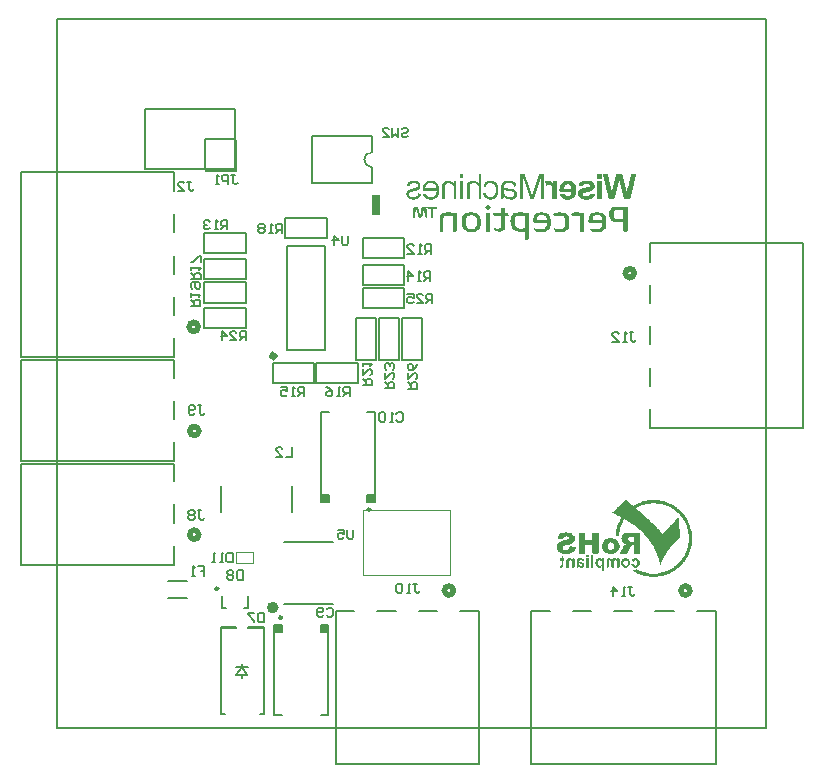
<source format=gbo>
G04*
G04 #@! TF.GenerationSoftware,Altium Limited,Altium Designer,21.2.2 (38)*
G04*
G04 Layer_Color=32896*
%FSLAX44Y44*%
%MOMM*%
G71*
G04*
G04 #@! TF.SameCoordinates,265A67D8-C3AC-4CD1-A284-A86046D17BEF*
G04*
G04*
G04 #@! TF.FilePolarity,Positive*
G04*
G01*
G75*
%ADD10C,0.2000*%
%ADD11C,0.5080*%
%ADD14C,0.2500*%
%ADD15C,0.5000*%
%ADD18C,0.1778*%
%ADD19C,0.1524*%
%ADD20C,0.1800*%
%ADD23C,0.0500*%
%ADD111C,0.1000*%
%ADD112R,0.7450X1.8200*%
%ADD113R,0.2540X2.6289*%
%ADD114R,2.7940X0.2540*%
%ADD115R,0.6750X0.5500*%
G36*
X343813Y468586D02*
Y468157D01*
Y467729D01*
Y467300D01*
Y466871D01*
Y466442D01*
Y466014D01*
X341669D01*
Y466442D01*
Y466871D01*
Y467300D01*
Y467729D01*
Y468157D01*
Y468586D01*
Y469015D01*
X343813D01*
Y468586D01*
D02*
G37*
G36*
X461283D02*
Y468157D01*
Y467729D01*
Y467300D01*
Y466871D01*
Y466442D01*
Y466014D01*
Y465585D01*
Y465156D01*
X457424D01*
Y465585D01*
Y466014D01*
Y466442D01*
Y466871D01*
Y467300D01*
Y467729D01*
Y468157D01*
Y468586D01*
Y469015D01*
X461283D01*
Y468586D01*
D02*
G37*
G36*
X359247D02*
Y468157D01*
Y467729D01*
Y467300D01*
Y466871D01*
Y466442D01*
Y466014D01*
Y465585D01*
Y465156D01*
Y464728D01*
Y464299D01*
Y463870D01*
Y463442D01*
Y463013D01*
Y462584D01*
Y462155D01*
Y461727D01*
Y461298D01*
Y460869D01*
Y460440D01*
Y460012D01*
Y459583D01*
Y459154D01*
Y458726D01*
Y458297D01*
Y457868D01*
Y457439D01*
Y457011D01*
Y456582D01*
Y456153D01*
Y455724D01*
Y455296D01*
Y454867D01*
Y454438D01*
Y454010D01*
Y453581D01*
Y453152D01*
Y452723D01*
Y452295D01*
Y451866D01*
Y451437D01*
Y451008D01*
Y450580D01*
Y450151D01*
Y449722D01*
Y449294D01*
Y448865D01*
Y448436D01*
Y448008D01*
Y447579D01*
X357103D01*
Y448008D01*
Y448436D01*
Y448865D01*
Y449294D01*
Y449722D01*
Y450151D01*
Y450580D01*
Y451008D01*
Y451437D01*
Y451866D01*
Y452295D01*
Y452723D01*
Y453152D01*
Y453581D01*
Y454010D01*
Y454438D01*
Y454867D01*
Y455296D01*
Y455724D01*
Y456153D01*
Y456582D01*
Y457011D01*
Y457439D01*
Y457868D01*
Y458297D01*
Y458726D01*
X356674D01*
Y459154D01*
Y459583D01*
X356246D01*
Y460012D01*
X355817D01*
Y460440D01*
X355388D01*
Y460869D01*
X354531D01*
Y461298D01*
X351101D01*
Y460869D01*
X350672D01*
Y460440D01*
X349815D01*
Y460012D01*
Y459583D01*
X349386D01*
Y459154D01*
Y458726D01*
Y458297D01*
Y457868D01*
Y457439D01*
Y457011D01*
Y456582D01*
Y456153D01*
Y455724D01*
Y455296D01*
Y454867D01*
Y454438D01*
Y454010D01*
Y453581D01*
Y453152D01*
Y452723D01*
Y452295D01*
Y451866D01*
Y451437D01*
Y451008D01*
Y450580D01*
Y450151D01*
Y449722D01*
Y449294D01*
Y448865D01*
Y448436D01*
Y448008D01*
Y447579D01*
X347243D01*
Y448008D01*
Y448436D01*
Y448865D01*
Y449294D01*
Y449722D01*
Y450151D01*
Y450580D01*
Y451008D01*
Y451437D01*
Y451866D01*
Y452295D01*
Y452723D01*
Y453152D01*
Y453581D01*
Y454010D01*
Y454438D01*
Y454867D01*
Y455296D01*
Y455724D01*
Y456153D01*
Y456582D01*
Y457011D01*
Y457439D01*
Y457868D01*
Y458297D01*
Y458726D01*
Y459154D01*
Y459583D01*
Y460012D01*
Y460440D01*
X347671D01*
Y460869D01*
Y461298D01*
X348100D01*
Y461727D01*
X348529D01*
Y462155D01*
X348957D01*
Y462584D01*
X349386D01*
Y463013D01*
X350244D01*
Y463442D01*
X354102D01*
Y463013D01*
X354960D01*
Y462584D01*
X355817D01*
Y462155D01*
X356246D01*
Y461727D01*
X357103D01*
Y462155D01*
Y462584D01*
Y463013D01*
Y463442D01*
Y463870D01*
Y464299D01*
Y464728D01*
Y465156D01*
Y465585D01*
Y466014D01*
Y466442D01*
Y466871D01*
Y467300D01*
Y467729D01*
Y468157D01*
Y468586D01*
Y469015D01*
X359247D01*
Y468586D01*
D02*
G37*
G36*
X384970Y463013D02*
X386256D01*
Y462584D01*
X387114D01*
Y462155D01*
X387542D01*
Y461727D01*
X387971D01*
Y461298D01*
X388400D01*
Y460869D01*
Y460440D01*
X388829D01*
Y460012D01*
Y459583D01*
Y459154D01*
X389257D01*
Y458726D01*
X387542D01*
Y458297D01*
X387114D01*
Y458726D01*
X386685D01*
Y459154D01*
Y459583D01*
X386256D01*
Y460012D01*
Y460440D01*
X385827D01*
Y460869D01*
X384970D01*
Y461298D01*
X380683D01*
Y460869D01*
X379825D01*
Y460440D01*
X379397D01*
Y460012D01*
X378968D01*
Y459583D01*
Y459154D01*
Y458726D01*
X378539D01*
Y458297D01*
Y457868D01*
Y457439D01*
X379397D01*
Y457011D01*
X381969D01*
Y456582D01*
X384970D01*
Y456153D01*
X386685D01*
Y455724D01*
X387542D01*
Y455296D01*
X387971D01*
Y454867D01*
X388400D01*
Y454438D01*
X388829D01*
Y454010D01*
X389257D01*
Y453581D01*
Y453152D01*
Y452723D01*
X389686D01*
Y452295D01*
Y451866D01*
Y451437D01*
Y451008D01*
Y450580D01*
X389257D01*
Y450151D01*
Y449722D01*
X388829D01*
Y449294D01*
Y448865D01*
X388400D01*
Y448436D01*
X387971D01*
Y448008D01*
X387114D01*
Y447579D01*
X385827D01*
Y447150D01*
X383255D01*
Y447579D01*
X381540D01*
Y448008D01*
X380683D01*
Y448436D01*
X380254D01*
Y448865D01*
X379397D01*
Y449294D01*
X378539D01*
Y448865D01*
Y448436D01*
X378111D01*
Y448008D01*
Y447579D01*
X375967D01*
Y448008D01*
Y448436D01*
Y448865D01*
X376396D01*
Y449294D01*
Y449722D01*
Y450151D01*
Y450580D01*
Y451008D01*
Y451437D01*
Y451866D01*
Y452295D01*
Y452723D01*
Y453152D01*
Y453581D01*
Y454010D01*
Y454438D01*
Y454867D01*
Y455296D01*
Y455724D01*
Y456153D01*
Y456582D01*
Y457011D01*
Y457439D01*
Y457868D01*
Y458297D01*
Y458726D01*
Y459154D01*
Y459583D01*
X376824D01*
Y460012D01*
Y460440D01*
Y460869D01*
Y461298D01*
X377253D01*
Y461727D01*
X377682D01*
Y462155D01*
X378111D01*
Y462584D01*
X378539D01*
Y463013D01*
X379825D01*
Y463442D01*
X384970D01*
Y463013D01*
D02*
G37*
G36*
X490436Y468586D02*
Y468157D01*
X490007D01*
Y467729D01*
Y467300D01*
Y466871D01*
X489578D01*
Y466442D01*
Y466014D01*
Y465585D01*
Y465156D01*
Y464728D01*
X489150D01*
Y464299D01*
Y463870D01*
Y463442D01*
Y463013D01*
X488721D01*
Y462584D01*
Y462155D01*
Y461727D01*
Y461298D01*
X488292D01*
Y460869D01*
Y460440D01*
Y460012D01*
Y459583D01*
Y459154D01*
X487863D01*
Y458726D01*
Y458297D01*
Y457868D01*
Y457439D01*
X487435D01*
Y457011D01*
Y456582D01*
Y456153D01*
Y455724D01*
X487006D01*
Y455296D01*
Y454867D01*
Y454438D01*
Y454010D01*
X486577D01*
Y453581D01*
Y453152D01*
Y452723D01*
Y452295D01*
X486148D01*
Y451866D01*
Y451437D01*
Y451008D01*
Y450580D01*
X485720D01*
Y450151D01*
Y449722D01*
Y449294D01*
Y448865D01*
Y448436D01*
X485291D01*
Y448008D01*
Y447579D01*
X480575D01*
Y448008D01*
Y448436D01*
X480146D01*
Y448865D01*
Y449294D01*
Y449722D01*
X479718D01*
Y450151D01*
Y450580D01*
Y451008D01*
Y451437D01*
Y451866D01*
X479289D01*
Y452295D01*
Y452723D01*
Y453152D01*
X478860D01*
Y453581D01*
Y454010D01*
Y454438D01*
Y454867D01*
X478432D01*
Y455296D01*
Y455724D01*
Y456153D01*
Y456582D01*
X478003D01*
Y457011D01*
Y457439D01*
Y457868D01*
X477574D01*
Y458297D01*
Y458726D01*
Y459154D01*
Y459583D01*
X477145D01*
Y460012D01*
Y460440D01*
Y460869D01*
Y461298D01*
X476717D01*
Y461727D01*
Y462155D01*
Y462584D01*
Y463013D01*
X475859D01*
Y462584D01*
Y462155D01*
Y461727D01*
Y461298D01*
X475430D01*
Y460869D01*
Y460440D01*
Y460012D01*
Y459583D01*
X475002D01*
Y459154D01*
Y458726D01*
Y458297D01*
Y457868D01*
X474573D01*
Y457439D01*
Y457011D01*
Y456582D01*
X474144D01*
Y456153D01*
Y455724D01*
Y455296D01*
Y454867D01*
X473716D01*
Y454438D01*
Y454010D01*
Y453581D01*
Y453152D01*
X473287D01*
Y452723D01*
Y452295D01*
Y451866D01*
Y451437D01*
X472858D01*
Y451008D01*
Y450580D01*
Y450151D01*
X472429D01*
Y449722D01*
Y449294D01*
Y448865D01*
Y448436D01*
X472001D01*
Y448008D01*
Y447579D01*
X467285D01*
Y448008D01*
Y448436D01*
Y448865D01*
X466856D01*
Y449294D01*
Y449722D01*
Y450151D01*
Y450580D01*
X466427D01*
Y451008D01*
Y451437D01*
Y451866D01*
Y452295D01*
Y452723D01*
X465998D01*
Y453152D01*
Y453581D01*
Y454010D01*
Y454438D01*
X465570D01*
Y454867D01*
Y455296D01*
Y455724D01*
X465141D01*
Y456153D01*
Y456582D01*
Y457011D01*
Y457439D01*
Y457868D01*
X464712D01*
Y458297D01*
Y458726D01*
Y459154D01*
Y459583D01*
X464284D01*
Y460012D01*
Y460440D01*
Y460869D01*
Y461298D01*
X463855D01*
Y461727D01*
Y462155D01*
Y462584D01*
Y463013D01*
Y463442D01*
X463426D01*
Y463870D01*
Y464299D01*
Y464728D01*
X462998D01*
Y465156D01*
Y465585D01*
Y466014D01*
Y466442D01*
X462569D01*
Y466871D01*
Y467300D01*
Y467729D01*
Y468157D01*
Y468586D01*
X462140D01*
Y469015D01*
X466427D01*
Y468586D01*
X466856D01*
Y468157D01*
Y467729D01*
Y467300D01*
Y466871D01*
X467285D01*
Y466442D01*
Y466014D01*
Y465585D01*
Y465156D01*
Y464728D01*
X467713D01*
Y464299D01*
Y463870D01*
Y463442D01*
Y463013D01*
Y462584D01*
X468142D01*
Y462155D01*
Y461727D01*
Y461298D01*
Y460869D01*
X468571D01*
Y460440D01*
Y460012D01*
Y459583D01*
Y459154D01*
Y458726D01*
X469000D01*
Y458297D01*
Y457868D01*
Y457439D01*
Y457011D01*
X469428D01*
Y456582D01*
Y456153D01*
Y455724D01*
Y455296D01*
X469857D01*
Y454867D01*
X470286D01*
Y455296D01*
Y455724D01*
Y456153D01*
Y456582D01*
X470714D01*
Y457011D01*
Y457439D01*
Y457868D01*
Y458297D01*
X471143D01*
Y458726D01*
Y459154D01*
Y459583D01*
Y460012D01*
X471572D01*
Y460440D01*
Y460869D01*
Y461298D01*
Y461727D01*
X472001D01*
Y462155D01*
Y462584D01*
Y463013D01*
Y463442D01*
X472429D01*
Y463870D01*
Y464299D01*
Y464728D01*
Y465156D01*
X472858D01*
Y465585D01*
Y466014D01*
Y466442D01*
Y466871D01*
X473287D01*
Y467300D01*
Y467729D01*
Y468157D01*
Y468586D01*
X473716D01*
Y469015D01*
X478860D01*
Y468586D01*
Y468157D01*
X479289D01*
Y467729D01*
Y467300D01*
Y466871D01*
Y466442D01*
X479718D01*
Y466014D01*
Y465585D01*
Y465156D01*
Y464728D01*
X480146D01*
Y464299D01*
Y463870D01*
Y463442D01*
X480575D01*
Y463013D01*
Y462584D01*
Y462155D01*
Y461727D01*
X481004D01*
Y461298D01*
Y460869D01*
Y460440D01*
Y460012D01*
X481432D01*
Y459583D01*
Y459154D01*
Y458726D01*
Y458297D01*
X481861D01*
Y457868D01*
Y457439D01*
Y457011D01*
Y456582D01*
X482290D01*
Y456153D01*
Y455724D01*
Y455296D01*
Y454867D01*
X482719D01*
Y455296D01*
X483147D01*
Y455724D01*
Y456153D01*
Y456582D01*
Y457011D01*
Y457439D01*
X483576D01*
Y457868D01*
Y458297D01*
Y458726D01*
Y459154D01*
X484005D01*
Y459583D01*
Y460012D01*
Y460440D01*
Y460869D01*
X484434D01*
Y461298D01*
Y461727D01*
Y462155D01*
Y462584D01*
Y463013D01*
Y463442D01*
X484862D01*
Y463870D01*
Y464299D01*
Y464728D01*
Y465156D01*
X485291D01*
Y465585D01*
Y466014D01*
Y466442D01*
Y466871D01*
X485720D01*
Y467300D01*
Y467729D01*
Y468157D01*
Y468586D01*
Y469015D01*
X490436D01*
Y468586D01*
D02*
G37*
G36*
X412837D02*
Y468157D01*
Y467729D01*
Y467300D01*
Y466871D01*
Y466442D01*
Y466014D01*
Y465585D01*
Y465156D01*
Y464728D01*
Y464299D01*
Y463870D01*
Y463442D01*
Y463013D01*
Y462584D01*
Y462155D01*
Y461727D01*
Y461298D01*
Y460869D01*
Y460440D01*
Y460012D01*
Y459583D01*
Y459154D01*
Y458726D01*
Y458297D01*
Y457868D01*
Y457439D01*
Y457011D01*
Y456582D01*
Y456153D01*
Y455724D01*
Y455296D01*
Y454867D01*
Y454438D01*
Y454010D01*
Y453581D01*
Y453152D01*
Y452723D01*
Y452295D01*
Y451866D01*
Y451437D01*
Y451008D01*
Y450580D01*
Y450151D01*
Y449722D01*
Y449294D01*
Y448865D01*
Y448436D01*
Y448008D01*
Y447579D01*
X409836D01*
Y448008D01*
Y448436D01*
Y448865D01*
Y449294D01*
Y449722D01*
Y450151D01*
Y450580D01*
Y451008D01*
Y451437D01*
Y451866D01*
Y452295D01*
Y452723D01*
Y453152D01*
Y453581D01*
Y454010D01*
Y454438D01*
Y454867D01*
Y455296D01*
Y455724D01*
Y456153D01*
Y456582D01*
Y457011D01*
Y457439D01*
Y457868D01*
Y458297D01*
Y458726D01*
Y459154D01*
Y459583D01*
Y460012D01*
Y460440D01*
Y460869D01*
Y461298D01*
Y461727D01*
Y462155D01*
Y462584D01*
Y463013D01*
Y463442D01*
Y463870D01*
Y464299D01*
Y464728D01*
Y465156D01*
X409407D01*
Y464728D01*
Y464299D01*
Y463870D01*
Y463442D01*
X408979D01*
Y463013D01*
Y462584D01*
X408550D01*
Y462155D01*
Y461727D01*
Y461298D01*
X408121D01*
Y460869D01*
Y460440D01*
Y460012D01*
Y459583D01*
X407692D01*
Y459154D01*
Y458726D01*
X407264D01*
Y458297D01*
Y457868D01*
Y457439D01*
X406835D01*
Y457011D01*
Y456582D01*
Y456153D01*
X406406D01*
Y455724D01*
Y455296D01*
Y454867D01*
X405978D01*
Y454438D01*
Y454010D01*
Y453581D01*
X405549D01*
Y453152D01*
Y452723D01*
Y452295D01*
X405120D01*
Y451866D01*
Y451437D01*
Y451008D01*
X404691D01*
Y450580D01*
Y450151D01*
Y449722D01*
X404263D01*
Y449294D01*
Y448865D01*
Y448436D01*
X403834D01*
Y448008D01*
Y447579D01*
X401261D01*
Y448008D01*
X400833D01*
Y448436D01*
Y448865D01*
Y449294D01*
X400404D01*
Y449722D01*
Y450151D01*
Y450580D01*
X399975D01*
Y451008D01*
Y451437D01*
Y451866D01*
X399547D01*
Y452295D01*
Y452723D01*
Y453152D01*
X399118D01*
Y453581D01*
Y454010D01*
X398689D01*
Y454438D01*
Y454867D01*
Y455296D01*
X398260D01*
Y455724D01*
Y456153D01*
Y456582D01*
X397832D01*
Y457011D01*
Y457439D01*
Y457868D01*
X397403D01*
Y458297D01*
Y458726D01*
Y459154D01*
X396974D01*
Y459583D01*
Y460012D01*
Y460440D01*
X396546D01*
Y460869D01*
Y461298D01*
Y461727D01*
X396117D01*
Y462155D01*
Y462584D01*
Y463013D01*
X395688D01*
Y463442D01*
Y463870D01*
X395259D01*
Y464299D01*
Y464728D01*
X394831D01*
Y464299D01*
Y463870D01*
Y463442D01*
Y463013D01*
Y462584D01*
Y462155D01*
Y461727D01*
Y461298D01*
Y460869D01*
Y460440D01*
Y460012D01*
Y459583D01*
Y459154D01*
Y458726D01*
Y458297D01*
Y457868D01*
Y457439D01*
Y457011D01*
Y456582D01*
Y456153D01*
Y455724D01*
Y455296D01*
Y454867D01*
Y454438D01*
Y454010D01*
Y453581D01*
Y453152D01*
Y452723D01*
Y452295D01*
Y451866D01*
Y451437D01*
Y451008D01*
Y450580D01*
Y450151D01*
Y449722D01*
Y449294D01*
Y448865D01*
Y448436D01*
Y448008D01*
Y447579D01*
X392258D01*
Y448008D01*
Y448436D01*
Y448865D01*
Y449294D01*
Y449722D01*
Y450151D01*
Y450580D01*
Y451008D01*
Y451437D01*
Y451866D01*
Y452295D01*
Y452723D01*
Y453152D01*
Y453581D01*
Y454010D01*
Y454438D01*
Y454867D01*
Y455296D01*
Y455724D01*
Y456153D01*
Y456582D01*
Y457011D01*
Y457439D01*
Y457868D01*
Y458297D01*
Y458726D01*
Y459154D01*
Y459583D01*
Y460012D01*
Y460440D01*
Y460869D01*
Y461298D01*
Y461727D01*
Y462155D01*
Y462584D01*
Y463013D01*
Y463442D01*
Y463870D01*
Y464299D01*
Y464728D01*
Y465156D01*
Y465585D01*
Y466014D01*
Y466442D01*
Y466871D01*
Y467300D01*
Y467729D01*
Y468157D01*
Y468586D01*
Y469015D01*
X396117D01*
Y468586D01*
Y468157D01*
X396546D01*
Y467729D01*
Y467300D01*
Y466871D01*
X396974D01*
Y466442D01*
Y466014D01*
Y465585D01*
X397403D01*
Y465156D01*
Y464728D01*
Y464299D01*
X397832D01*
Y463870D01*
Y463442D01*
X398260D01*
Y463013D01*
Y462584D01*
Y462155D01*
X398689D01*
Y461727D01*
Y461298D01*
Y460869D01*
X399118D01*
Y460440D01*
Y460012D01*
Y459583D01*
X399547D01*
Y459154D01*
Y458726D01*
Y458297D01*
X399975D01*
Y457868D01*
Y457439D01*
Y457011D01*
X400404D01*
Y456582D01*
Y456153D01*
Y455724D01*
X400833D01*
Y455296D01*
Y454867D01*
Y454438D01*
X401261D01*
Y454010D01*
Y453581D01*
Y453152D01*
X401690D01*
Y452723D01*
Y452295D01*
Y451866D01*
X402119D01*
Y451437D01*
Y451008D01*
X402548D01*
Y451437D01*
Y451866D01*
Y452295D01*
X402976D01*
Y452723D01*
Y453152D01*
Y453581D01*
X403405D01*
Y454010D01*
Y454438D01*
Y454867D01*
X403834D01*
Y455296D01*
Y455724D01*
Y456153D01*
X404263D01*
Y456582D01*
Y457011D01*
Y457439D01*
X404691D01*
Y457868D01*
Y458297D01*
Y458726D01*
X405120D01*
Y459154D01*
Y459583D01*
Y460012D01*
X405549D01*
Y460440D01*
Y460869D01*
Y461298D01*
X405978D01*
Y461727D01*
Y462155D01*
Y462584D01*
X406406D01*
Y463013D01*
Y463442D01*
X406835D01*
Y463870D01*
Y464299D01*
Y464728D01*
Y465156D01*
X407264D01*
Y465585D01*
Y466014D01*
Y466442D01*
X407692D01*
Y466871D01*
Y467300D01*
X408121D01*
Y467729D01*
Y468157D01*
Y468586D01*
Y469015D01*
X412837D01*
Y468586D01*
D02*
G37*
G36*
X434702Y463013D02*
X435988D01*
Y462584D01*
X436845D01*
Y462155D01*
X437274D01*
Y461727D01*
X437703D01*
Y461298D01*
X438132D01*
Y460869D01*
X438560D01*
Y460440D01*
Y460012D01*
X438989D01*
Y459583D01*
X439418D01*
Y459154D01*
Y458726D01*
Y458297D01*
X439846D01*
Y457868D01*
Y457439D01*
Y457011D01*
Y456582D01*
Y456153D01*
Y455724D01*
Y455296D01*
Y454867D01*
Y454438D01*
Y454010D01*
Y453581D01*
Y453152D01*
Y452723D01*
Y452295D01*
X439418D01*
Y451866D01*
Y451437D01*
Y451008D01*
X438989D01*
Y450580D01*
X438560D01*
Y450151D01*
Y449722D01*
X438132D01*
Y449294D01*
X437703D01*
Y448865D01*
X437274D01*
Y448436D01*
X436417D01*
Y448008D01*
X435988D01*
Y447579D01*
X434273D01*
Y447150D01*
X430415D01*
Y447579D01*
X429128D01*
Y448008D01*
X428271D01*
Y448436D01*
X427842D01*
Y448865D01*
X427414D01*
Y449294D01*
X426985D01*
Y449722D01*
X426556D01*
Y450151D01*
Y450580D01*
X426127D01*
Y451008D01*
Y451437D01*
X425699D01*
Y451866D01*
X426985D01*
Y452295D01*
X429986D01*
Y451866D01*
Y451437D01*
X430415D01*
Y451008D01*
X430843D01*
Y450580D01*
X431701D01*
Y450151D01*
X432987D01*
Y450580D01*
X434273D01*
Y451008D01*
X434702D01*
Y451437D01*
X435131D01*
Y451866D01*
Y452295D01*
X435559D01*
Y452723D01*
Y453152D01*
Y453581D01*
X435988D01*
Y454010D01*
X425699D01*
Y454438D01*
X425270D01*
Y454867D01*
Y455296D01*
Y455724D01*
Y456153D01*
X425699D01*
Y456582D01*
Y457011D01*
Y457439D01*
Y457868D01*
Y458297D01*
X426127D01*
Y458726D01*
Y459154D01*
Y459583D01*
X426556D01*
Y460012D01*
Y460440D01*
X426985D01*
Y460869D01*
X427414D01*
Y461298D01*
X427842D01*
Y461727D01*
X428271D01*
Y462155D01*
X428700D01*
Y462584D01*
X429557D01*
Y463013D01*
X430843D01*
Y463442D01*
X434702D01*
Y463013D01*
D02*
G37*
G36*
X369107D02*
X370393D01*
Y462584D01*
X370822D01*
Y462155D01*
X371680D01*
Y461727D01*
X372108D01*
Y461298D01*
X372537D01*
Y460869D01*
Y460440D01*
X372966D01*
Y460012D01*
Y459583D01*
X373395D01*
Y459154D01*
Y458726D01*
X373823D01*
Y458297D01*
Y457868D01*
Y457439D01*
Y457011D01*
Y456582D01*
Y456153D01*
Y455724D01*
Y455296D01*
Y454867D01*
Y454438D01*
Y454010D01*
Y453581D01*
Y453152D01*
Y452723D01*
Y452295D01*
X373395D01*
Y451866D01*
Y451437D01*
Y451008D01*
X372966D01*
Y450580D01*
Y450151D01*
X372537D01*
Y449722D01*
X372108D01*
Y449294D01*
X371680D01*
Y448865D01*
X371251D01*
Y448436D01*
X370822D01*
Y448008D01*
X369965D01*
Y447579D01*
X368250D01*
Y447150D01*
X366106D01*
Y447579D01*
X364391D01*
Y448008D01*
X363963D01*
Y448436D01*
X363105D01*
Y448865D01*
X362677D01*
Y449294D01*
X362248D01*
Y449722D01*
X361819D01*
Y450151D01*
Y450580D01*
X361390D01*
Y451008D01*
Y451437D01*
X360962D01*
Y451866D01*
Y452295D01*
Y452723D01*
Y453152D01*
X363105D01*
Y452723D01*
Y452295D01*
Y451866D01*
X363534D01*
Y451437D01*
Y451008D01*
X363963D01*
Y450580D01*
X364391D01*
Y450151D01*
X364820D01*
Y449722D01*
X366106D01*
Y449294D01*
X368250D01*
Y449722D01*
X369536D01*
Y450151D01*
X369965D01*
Y450580D01*
X370393D01*
Y451008D01*
X370822D01*
Y451437D01*
Y451866D01*
X371251D01*
Y452295D01*
Y452723D01*
X371680D01*
Y453152D01*
Y453581D01*
Y454010D01*
Y454438D01*
Y454867D01*
Y455296D01*
Y455724D01*
Y456153D01*
Y456582D01*
Y457011D01*
Y457439D01*
Y457868D01*
X371251D01*
Y458297D01*
Y458726D01*
Y459154D01*
X370822D01*
Y459583D01*
X370393D01*
Y460012D01*
Y460440D01*
X369536D01*
Y460869D01*
X368679D01*
Y461298D01*
X365249D01*
Y460869D01*
X364820D01*
Y460440D01*
X364391D01*
Y460012D01*
X363963D01*
Y459583D01*
X363534D01*
Y459154D01*
Y458726D01*
X363105D01*
Y458297D01*
X361390D01*
Y458726D01*
X360962D01*
Y459154D01*
X361390D01*
Y459583D01*
Y460012D01*
X361819D01*
Y460440D01*
Y460869D01*
X362248D01*
Y461298D01*
Y461727D01*
X362677D01*
Y462155D01*
X363534D01*
Y462584D01*
X363963D01*
Y463013D01*
X365249D01*
Y463442D01*
X369107D01*
Y463013D01*
D02*
G37*
G36*
X318518D02*
X319804D01*
Y462584D01*
X320662D01*
Y462155D01*
X321091D01*
Y461727D01*
X321519D01*
Y461298D01*
X321948D01*
Y460869D01*
X322377D01*
Y460440D01*
X322805D01*
Y460012D01*
Y459583D01*
Y459154D01*
X323234D01*
Y458726D01*
Y458297D01*
Y457868D01*
X323663D01*
Y457439D01*
Y457011D01*
Y456582D01*
Y456153D01*
Y455724D01*
Y455296D01*
Y454867D01*
Y454438D01*
Y454010D01*
Y453581D01*
Y453152D01*
Y452723D01*
X323234D01*
Y452295D01*
Y451866D01*
Y451437D01*
X322805D01*
Y451008D01*
Y450580D01*
X322377D01*
Y450151D01*
Y449722D01*
X321948D01*
Y449294D01*
X321519D01*
Y448865D01*
X321091D01*
Y448436D01*
X320233D01*
Y448008D01*
X319376D01*
Y447579D01*
X318090D01*
Y447150D01*
X315088D01*
Y447579D01*
X313802D01*
Y448008D01*
X312945D01*
Y448436D01*
X312087D01*
Y448865D01*
X311659D01*
Y449294D01*
X311230D01*
Y449722D01*
X310801D01*
Y450151D01*
Y450580D01*
X310373D01*
Y451008D01*
Y451437D01*
X309944D01*
Y451866D01*
Y452295D01*
X312516D01*
Y451866D01*
Y451437D01*
X312945D01*
Y451008D01*
X313374D01*
Y450580D01*
X313802D01*
Y450151D01*
X314231D01*
Y449722D01*
X315517D01*
Y449294D01*
X317661D01*
Y449722D01*
X318947D01*
Y450151D01*
X319376D01*
Y450580D01*
X319804D01*
Y451008D01*
X320233D01*
Y451437D01*
X320662D01*
Y451866D01*
X321091D01*
Y452295D01*
Y452723D01*
Y453152D01*
Y453581D01*
X321519D01*
Y454010D01*
Y454438D01*
X321091D01*
Y454867D01*
X309944D01*
Y455296D01*
Y455724D01*
Y456153D01*
Y456582D01*
Y457011D01*
Y457439D01*
Y457868D01*
Y458297D01*
X310373D01*
Y458726D01*
Y459154D01*
Y459583D01*
X310801D01*
Y460012D01*
Y460440D01*
X311230D01*
Y460869D01*
X311659D01*
Y461298D01*
X312087D01*
Y461727D01*
X312516D01*
Y462155D01*
X312945D01*
Y462584D01*
X313374D01*
Y463013D01*
X314660D01*
Y463442D01*
X318518D01*
Y463013D01*
D02*
G37*
G36*
X461283Y462584D02*
Y462155D01*
Y461727D01*
Y461298D01*
Y460869D01*
Y460440D01*
Y460012D01*
Y459583D01*
Y459154D01*
Y458726D01*
Y458297D01*
Y457868D01*
Y457439D01*
Y457011D01*
Y456582D01*
Y456153D01*
Y455724D01*
Y455296D01*
Y454867D01*
Y454438D01*
Y454010D01*
Y453581D01*
Y453152D01*
Y452723D01*
Y452295D01*
Y451866D01*
Y451437D01*
Y451008D01*
Y450580D01*
Y450151D01*
Y449722D01*
Y449294D01*
Y448865D01*
Y448436D01*
Y448008D01*
Y447579D01*
X457424D01*
Y448008D01*
Y448436D01*
Y448865D01*
Y449294D01*
Y449722D01*
Y450151D01*
Y450580D01*
Y451008D01*
Y451437D01*
Y451866D01*
Y452295D01*
Y452723D01*
Y453152D01*
Y453581D01*
Y454010D01*
Y454438D01*
Y454867D01*
Y455296D01*
Y455724D01*
Y456153D01*
Y456582D01*
Y457011D01*
Y457439D01*
Y457868D01*
Y458297D01*
Y458726D01*
Y459154D01*
Y459583D01*
Y460012D01*
Y460440D01*
Y460869D01*
Y461298D01*
Y461727D01*
Y462155D01*
Y462584D01*
Y463013D01*
X461283D01*
Y462584D01*
D02*
G37*
G36*
X417553Y463013D02*
X417982D01*
Y462584D01*
X418839D01*
Y462155D01*
Y461727D01*
X419268D01*
Y461298D01*
X419697D01*
Y461727D01*
Y462155D01*
Y462584D01*
Y463013D01*
X423555D01*
Y462584D01*
Y462155D01*
Y461727D01*
Y461298D01*
Y460869D01*
Y460440D01*
Y460012D01*
Y459583D01*
Y459154D01*
Y458726D01*
Y458297D01*
Y457868D01*
Y457439D01*
Y457011D01*
Y456582D01*
Y456153D01*
Y455724D01*
Y455296D01*
Y454867D01*
Y454438D01*
Y454010D01*
Y453581D01*
Y453152D01*
Y452723D01*
Y452295D01*
Y451866D01*
Y451437D01*
Y451008D01*
Y450580D01*
Y450151D01*
Y449722D01*
Y449294D01*
Y448865D01*
Y448436D01*
Y448008D01*
Y447579D01*
X419268D01*
Y448008D01*
Y448436D01*
Y448865D01*
Y449294D01*
Y449722D01*
Y450151D01*
Y450580D01*
Y451008D01*
Y451437D01*
Y451866D01*
Y452295D01*
Y452723D01*
Y453152D01*
Y453581D01*
Y454010D01*
Y454438D01*
Y454867D01*
Y455296D01*
Y455724D01*
Y456153D01*
Y456582D01*
Y457011D01*
Y457439D01*
X418839D01*
Y457868D01*
Y458297D01*
Y458726D01*
X418410D01*
Y459154D01*
X417982D01*
Y459583D01*
X416696D01*
Y460012D01*
X416267D01*
Y459583D01*
X414981D01*
Y459154D01*
X414552D01*
Y459583D01*
Y460012D01*
X414123D01*
Y460440D01*
Y460869D01*
Y461298D01*
X413694D01*
Y461727D01*
Y462155D01*
X413266D01*
Y462584D01*
X413694D01*
Y463013D01*
X414552D01*
Y463442D01*
X417553D01*
Y463013D01*
D02*
G37*
G36*
X343813Y462584D02*
Y462155D01*
Y461727D01*
Y461298D01*
Y460869D01*
Y460440D01*
Y460012D01*
Y459583D01*
Y459154D01*
Y458726D01*
Y458297D01*
Y457868D01*
Y457439D01*
Y457011D01*
Y456582D01*
Y456153D01*
Y455724D01*
Y455296D01*
Y454867D01*
Y454438D01*
Y454010D01*
Y453581D01*
Y453152D01*
Y452723D01*
Y452295D01*
Y451866D01*
Y451437D01*
Y451008D01*
Y450580D01*
Y450151D01*
Y449722D01*
Y449294D01*
Y448865D01*
Y448436D01*
Y448008D01*
Y447579D01*
X341669D01*
Y448008D01*
Y448436D01*
Y448865D01*
Y449294D01*
Y449722D01*
Y450151D01*
Y450580D01*
Y451008D01*
Y451437D01*
Y451866D01*
Y452295D01*
Y452723D01*
Y453152D01*
Y453581D01*
Y454010D01*
Y454438D01*
Y454867D01*
Y455296D01*
Y455724D01*
Y456153D01*
Y456582D01*
Y457011D01*
Y457439D01*
Y457868D01*
Y458297D01*
Y458726D01*
Y459154D01*
Y459583D01*
Y460012D01*
Y460440D01*
Y460869D01*
Y461298D01*
Y461727D01*
Y462155D01*
Y462584D01*
Y463013D01*
X343813D01*
Y462584D01*
D02*
G37*
G36*
X333095Y463013D02*
X333952D01*
Y462584D01*
X334810D01*
Y462155D01*
X335238D01*
Y461727D01*
X335667D01*
Y461298D01*
X336525D01*
Y461727D01*
Y462155D01*
Y462584D01*
Y463013D01*
X338239D01*
Y462584D01*
Y462155D01*
Y461727D01*
Y461298D01*
Y460869D01*
Y460440D01*
Y460012D01*
Y459583D01*
Y459154D01*
Y458726D01*
Y458297D01*
Y457868D01*
Y457439D01*
Y457011D01*
Y456582D01*
Y456153D01*
Y455724D01*
Y455296D01*
Y454867D01*
Y454438D01*
Y454010D01*
Y453581D01*
Y453152D01*
Y452723D01*
Y452295D01*
Y451866D01*
Y451437D01*
Y451008D01*
Y450580D01*
Y450151D01*
Y449722D01*
Y449294D01*
Y448865D01*
Y448436D01*
Y448008D01*
Y447579D01*
X336096D01*
Y448008D01*
Y448436D01*
Y448865D01*
Y449294D01*
Y449722D01*
Y450151D01*
Y450580D01*
Y451008D01*
Y451437D01*
Y451866D01*
Y452295D01*
Y452723D01*
Y453152D01*
Y453581D01*
Y454010D01*
Y454438D01*
Y454867D01*
Y455296D01*
Y455724D01*
Y456153D01*
Y456582D01*
Y457011D01*
Y457439D01*
Y457868D01*
Y458297D01*
Y458726D01*
X335667D01*
Y459154D01*
Y459583D01*
X335238D01*
Y460012D01*
X334810D01*
Y460440D01*
X334381D01*
Y460869D01*
X333095D01*
Y461298D01*
X330522D01*
Y460869D01*
X329665D01*
Y460440D01*
X329236D01*
Y460012D01*
X328807D01*
Y459583D01*
Y459154D01*
X328379D01*
Y458726D01*
Y458297D01*
Y457868D01*
Y457439D01*
Y457011D01*
Y456582D01*
Y456153D01*
Y455724D01*
Y455296D01*
Y454867D01*
Y454438D01*
Y454010D01*
Y453581D01*
Y453152D01*
Y452723D01*
Y452295D01*
Y451866D01*
Y451437D01*
Y451008D01*
Y450580D01*
Y450151D01*
Y449722D01*
Y449294D01*
Y448865D01*
Y448436D01*
Y448008D01*
Y447579D01*
X326235D01*
Y448008D01*
Y448436D01*
Y448865D01*
Y449294D01*
Y449722D01*
Y450151D01*
Y450580D01*
Y451008D01*
Y451437D01*
Y451866D01*
Y452295D01*
Y452723D01*
Y453152D01*
Y453581D01*
Y454010D01*
Y454438D01*
Y454867D01*
Y455296D01*
Y455724D01*
Y456153D01*
Y456582D01*
Y457011D01*
Y457439D01*
Y457868D01*
Y458297D01*
Y458726D01*
Y459154D01*
Y459583D01*
Y460012D01*
Y460440D01*
X326664D01*
Y460869D01*
Y461298D01*
X327093D01*
Y461727D01*
X327521D01*
Y462155D01*
X327950D01*
Y462584D01*
X328379D01*
Y463013D01*
X329665D01*
Y463442D01*
X333095D01*
Y463013D01*
D02*
G37*
G36*
X450993D02*
X452708D01*
Y462584D01*
X453137D01*
Y462155D01*
X453994D01*
Y461727D01*
Y461298D01*
X454423D01*
Y460869D01*
X454852D01*
Y460440D01*
Y460012D01*
X455280D01*
Y459583D01*
Y459154D01*
Y458726D01*
Y458297D01*
Y457868D01*
Y457439D01*
X454852D01*
Y457011D01*
Y456582D01*
X454423D01*
Y456153D01*
X453994D01*
Y455724D01*
X453566D01*
Y455296D01*
X453137D01*
Y454867D01*
X452279D01*
Y454438D01*
X450993D01*
Y454010D01*
X449707D01*
Y453581D01*
X447992D01*
Y453152D01*
X446277D01*
Y452723D01*
X445420D01*
Y452295D01*
Y451866D01*
Y451437D01*
Y451008D01*
X445849D01*
Y450580D01*
X446706D01*
Y450151D01*
X449707D01*
Y450580D01*
X450565D01*
Y451008D01*
X450993D01*
Y451437D01*
X451422D01*
Y451866D01*
Y452295D01*
X454852D01*
Y451866D01*
X455709D01*
Y451437D01*
Y451008D01*
X455280D01*
Y450580D01*
Y450151D01*
X454852D01*
Y449722D01*
X454423D01*
Y449294D01*
X453994D01*
Y448865D01*
X453566D01*
Y448436D01*
X452708D01*
Y448008D01*
X451851D01*
Y447579D01*
X450565D01*
Y447150D01*
X446277D01*
Y447579D01*
X444562D01*
Y448008D01*
X443705D01*
Y448436D01*
X443276D01*
Y448865D01*
X442848D01*
Y449294D01*
X442419D01*
Y449722D01*
X441990D01*
Y450151D01*
X441561D01*
Y450580D01*
Y451008D01*
Y451437D01*
X441133D01*
Y451866D01*
Y452295D01*
Y452723D01*
Y453152D01*
Y453581D01*
X441561D01*
Y454010D01*
Y454438D01*
X441990D01*
Y454867D01*
Y455296D01*
X442419D01*
Y455724D01*
X443276D01*
Y456153D01*
X444134D01*
Y456582D01*
X444991D01*
Y457011D01*
X446706D01*
Y457439D01*
X448421D01*
Y457868D01*
X450136D01*
Y458297D01*
X450993D01*
Y458726D01*
X451422D01*
Y459154D01*
Y459583D01*
X450993D01*
Y460012D01*
X450565D01*
Y460440D01*
X446706D01*
Y460012D01*
X446277D01*
Y459583D01*
X445849D01*
Y459154D01*
Y458726D01*
X444562D01*
Y459154D01*
X441990D01*
Y459583D01*
Y460012D01*
Y460440D01*
X442419D01*
Y460869D01*
Y461298D01*
X442848D01*
Y461727D01*
X443276D01*
Y462155D01*
X443705D01*
Y462584D01*
X444562D01*
Y463013D01*
X445849D01*
Y463442D01*
X450993D01*
Y463013D01*
D02*
G37*
G36*
X304370D02*
X305657D01*
Y462584D01*
X306514D01*
Y462155D01*
X306943D01*
Y461727D01*
X307371D01*
Y461298D01*
Y460869D01*
X307800D01*
Y460440D01*
Y460012D01*
Y459583D01*
Y459154D01*
Y458726D01*
Y458297D01*
Y457868D01*
Y457439D01*
X307371D01*
Y457011D01*
Y456582D01*
X306943D01*
Y456153D01*
X306514D01*
Y455724D01*
X305657D01*
Y455296D01*
X304799D01*
Y454867D01*
X303513D01*
Y454438D01*
X301798D01*
Y454010D01*
X300083D01*
Y453581D01*
X299226D01*
Y453152D01*
X298368D01*
Y452723D01*
Y452295D01*
Y451866D01*
Y451437D01*
Y451008D01*
Y450580D01*
X298797D01*
Y450151D01*
X299226D01*
Y449722D01*
X300941D01*
Y449294D01*
X303084D01*
Y449722D01*
X304370D01*
Y450151D01*
X305228D01*
Y450580D01*
X305657D01*
Y451008D01*
Y451437D01*
X306085D01*
Y451866D01*
Y452295D01*
Y452723D01*
X306943D01*
Y452295D01*
X308229D01*
Y451866D01*
Y451437D01*
Y451008D01*
Y450580D01*
X307800D01*
Y450151D01*
Y449722D01*
X307371D01*
Y449294D01*
X306943D01*
Y448865D01*
X306514D01*
Y448436D01*
X306085D01*
Y448008D01*
X305228D01*
Y447579D01*
X303513D01*
Y447150D01*
X300512D01*
Y447579D01*
X299226D01*
Y448008D01*
X298368D01*
Y448436D01*
X297511D01*
Y448865D01*
X297082D01*
Y449294D01*
X296653D01*
Y449722D01*
Y450151D01*
X296225D01*
Y450580D01*
Y451008D01*
Y451437D01*
X295796D01*
Y451866D01*
Y452295D01*
Y452723D01*
Y453152D01*
X296225D01*
Y453581D01*
Y454010D01*
Y454438D01*
X296653D01*
Y454867D01*
X297082D01*
Y455296D01*
X297511D01*
Y455724D01*
X298797D01*
Y456153D01*
X299654D01*
Y456582D01*
X301369D01*
Y457011D01*
X303084D01*
Y457439D01*
X304370D01*
Y457868D01*
X305228D01*
Y458297D01*
X305657D01*
Y458726D01*
Y459154D01*
Y459583D01*
Y460012D01*
Y460440D01*
X305228D01*
Y460869D01*
X304370D01*
Y461298D01*
X300512D01*
Y460869D01*
X299654D01*
Y460440D01*
X299226D01*
Y460012D01*
X298797D01*
Y459583D01*
Y459154D01*
X296653D01*
Y459583D01*
Y460012D01*
Y460440D01*
X297082D01*
Y460869D01*
Y461298D01*
X297511D01*
Y461727D01*
Y462155D01*
X298368D01*
Y462584D01*
X298797D01*
Y463013D01*
X300083D01*
Y463442D01*
X304370D01*
Y463013D01*
D02*
G37*
G36*
X365813Y442109D02*
X366853D01*
Y441589D01*
X367374D01*
Y441069D01*
Y440549D01*
Y440029D01*
X366853D01*
Y439508D01*
X365813D01*
Y438988D01*
X364252D01*
Y439508D01*
X363212D01*
Y440029D01*
X362691D01*
Y440549D01*
Y441069D01*
Y441589D01*
X363212D01*
Y442109D01*
X364252D01*
Y442630D01*
X365813D01*
Y442109D01*
D02*
G37*
G36*
X311709Y441069D02*
X313270D01*
Y440549D01*
Y440029D01*
X312750D01*
Y439508D01*
X313270D01*
Y438988D01*
Y438468D01*
Y437948D01*
Y437427D01*
Y436907D01*
Y436387D01*
Y435867D01*
Y435347D01*
Y434826D01*
X313790D01*
Y434306D01*
Y433786D01*
Y433266D01*
Y432745D01*
Y432225D01*
Y431705D01*
X312750D01*
Y432225D01*
X312229D01*
Y432745D01*
X311709D01*
Y433266D01*
Y433786D01*
Y434306D01*
Y434826D01*
Y435347D01*
Y435867D01*
Y436387D01*
X311189D01*
Y436907D01*
Y437427D01*
Y437948D01*
Y438468D01*
Y438988D01*
X310669D01*
Y438468D01*
Y437948D01*
X310149D01*
Y437427D01*
Y436907D01*
Y436387D01*
Y435867D01*
X309628D01*
Y435347D01*
Y434826D01*
Y434306D01*
Y433786D01*
Y433266D01*
X309108D01*
Y432745D01*
X308588D01*
Y432225D01*
X307027D01*
Y432745D01*
X305987D01*
Y433266D01*
Y433786D01*
X305466D01*
Y434306D01*
Y434826D01*
Y435347D01*
Y435867D01*
X304946D01*
Y436387D01*
Y436907D01*
Y437427D01*
Y437948D01*
Y438468D01*
X303906D01*
Y437948D01*
Y437427D01*
Y436907D01*
X303386D01*
Y436387D01*
Y435867D01*
Y435347D01*
Y434826D01*
Y434306D01*
Y433786D01*
Y433266D01*
Y432745D01*
Y432225D01*
X302865D01*
Y431705D01*
X301825D01*
Y432225D01*
X301305D01*
Y432745D01*
Y433266D01*
Y433786D01*
Y434306D01*
Y434826D01*
Y435347D01*
Y435867D01*
X301825D01*
Y436387D01*
Y436907D01*
Y437427D01*
Y437948D01*
Y438468D01*
Y438988D01*
Y439508D01*
Y440029D01*
Y440549D01*
X302345D01*
Y441069D01*
X303386D01*
Y441589D01*
X304946D01*
Y441069D01*
X305987D01*
Y440549D01*
Y440029D01*
Y439508D01*
X306507D01*
Y438988D01*
Y438468D01*
Y437948D01*
Y437427D01*
Y436907D01*
X307027D01*
Y436387D01*
Y435867D01*
X307547D01*
Y435347D01*
X308068D01*
Y435867D01*
Y436387D01*
Y436907D01*
Y437427D01*
X308588D01*
Y437948D01*
Y438468D01*
Y438988D01*
Y439508D01*
Y440029D01*
X309108D01*
Y440549D01*
Y441069D01*
X310149D01*
Y441589D01*
X311709D01*
Y441069D01*
D02*
G37*
G36*
X321073D02*
X321594D01*
Y440549D01*
Y440029D01*
Y439508D01*
X318472D01*
Y438988D01*
Y438468D01*
Y437948D01*
Y437427D01*
Y436907D01*
Y436387D01*
Y435867D01*
Y435347D01*
Y434826D01*
Y434306D01*
Y433786D01*
Y433266D01*
Y432745D01*
Y432225D01*
Y431705D01*
X316912D01*
Y432225D01*
Y432745D01*
Y433266D01*
Y433786D01*
Y434306D01*
Y434826D01*
Y435347D01*
Y435867D01*
Y436387D01*
Y436907D01*
Y437427D01*
Y437948D01*
Y438468D01*
Y438988D01*
Y439508D01*
X314310D01*
Y440029D01*
X313790D01*
Y440549D01*
Y441069D01*
Y441589D01*
X321073D01*
Y441069D01*
D02*
G37*
G36*
X458933Y436387D02*
X461535D01*
Y435867D01*
X462575D01*
Y435347D01*
X463095D01*
Y434826D01*
X463616D01*
Y434306D01*
X464136D01*
Y433786D01*
Y433266D01*
X464656D01*
Y432745D01*
Y432225D01*
X465176D01*
Y431705D01*
Y431185D01*
Y430664D01*
Y430144D01*
Y429624D01*
Y429104D01*
Y428584D01*
Y428063D01*
Y427543D01*
Y427023D01*
Y426503D01*
Y425982D01*
Y425462D01*
Y424942D01*
Y424422D01*
X464656D01*
Y423901D01*
Y423381D01*
Y422861D01*
X464136D01*
Y422341D01*
X463616D01*
Y421821D01*
X463095D01*
Y421300D01*
X462575D01*
Y420780D01*
X461535D01*
Y420260D01*
X458933D01*
Y419740D01*
X455292D01*
Y420260D01*
X452691D01*
Y420780D01*
X452171D01*
Y421300D01*
X451650D01*
Y421821D01*
X451130D01*
Y422341D01*
Y422861D01*
Y423381D01*
X451650D01*
Y422861D01*
X459974D01*
Y423381D01*
X460494D01*
Y423901D01*
X461014D01*
Y424422D01*
X461535D01*
Y424942D01*
Y425462D01*
Y425982D01*
Y426503D01*
Y427023D01*
Y427543D01*
X450610D01*
Y428063D01*
Y428584D01*
X450090D01*
Y429104D01*
Y429624D01*
Y430144D01*
X450610D01*
Y430664D01*
Y431185D01*
Y431705D01*
Y432225D01*
Y432745D01*
Y433266D01*
X451130D01*
Y433786D01*
Y434306D01*
X451650D01*
Y434826D01*
Y435347D01*
X452171D01*
Y435867D01*
X453211D01*
Y436387D01*
X455812D01*
Y436907D01*
X458933D01*
Y436387D01*
D02*
G37*
G36*
X427200D02*
X429801D01*
Y435867D01*
X430841D01*
Y435347D01*
X431882D01*
Y434826D01*
X432402D01*
Y434306D01*
X432922D01*
Y433786D01*
Y433266D01*
X433442D01*
Y432745D01*
Y432225D01*
Y431705D01*
X433963D01*
Y431185D01*
Y430664D01*
Y430144D01*
Y429624D01*
Y429104D01*
Y428584D01*
Y428063D01*
Y427543D01*
Y427023D01*
Y426503D01*
Y425982D01*
Y425462D01*
Y424942D01*
Y424422D01*
X433442D01*
Y423901D01*
Y423381D01*
Y422861D01*
X432922D01*
Y422341D01*
X432402D01*
Y421821D01*
X431882D01*
Y421300D01*
X431362D01*
Y420780D01*
X430321D01*
Y420260D01*
X427720D01*
Y419740D01*
X424599D01*
Y420260D01*
X421997D01*
Y420780D01*
X421477D01*
Y421300D01*
X420957D01*
Y421821D01*
Y422341D01*
X420437D01*
Y422861D01*
X420957D01*
Y423381D01*
X421477D01*
Y422861D01*
X428760D01*
Y423381D01*
X429281D01*
Y423901D01*
X429801D01*
Y424422D01*
X430321D01*
Y424942D01*
Y425462D01*
Y425982D01*
Y426503D01*
Y427023D01*
Y427543D01*
Y428063D01*
Y428584D01*
Y429104D01*
Y429624D01*
Y430144D01*
Y430664D01*
Y431185D01*
Y431705D01*
Y432225D01*
X429801D01*
Y432745D01*
X429281D01*
Y433266D01*
X428760D01*
Y433786D01*
X420957D01*
Y434306D01*
X420437D01*
Y434826D01*
Y435347D01*
X420957D01*
Y435867D01*
X421477D01*
Y436387D01*
X424078D01*
Y436907D01*
X427200D01*
Y436387D01*
D02*
G37*
G36*
X411593D02*
X414194D01*
Y435867D01*
X415234D01*
Y435347D01*
X416275D01*
Y434826D01*
X416795D01*
Y434306D01*
Y433786D01*
X417315D01*
Y433266D01*
Y432745D01*
X417836D01*
Y432225D01*
Y431705D01*
Y431185D01*
Y430664D01*
X418356D01*
Y430144D01*
Y429624D01*
Y429104D01*
Y428584D01*
Y428063D01*
Y427543D01*
Y427023D01*
Y426503D01*
Y425982D01*
Y425462D01*
X417836D01*
Y424942D01*
Y424422D01*
Y423901D01*
Y423381D01*
X417315D01*
Y422861D01*
Y422341D01*
X416795D01*
Y421821D01*
X416275D01*
Y421300D01*
X415234D01*
Y420780D01*
X414194D01*
Y420260D01*
X411593D01*
Y419740D01*
X408471D01*
Y420260D01*
X405350D01*
Y420780D01*
X404830D01*
Y421300D01*
X404310D01*
Y421821D01*
Y422341D01*
X403789D01*
Y422861D01*
X404310D01*
Y423381D01*
X404830D01*
Y422861D01*
X413153D01*
Y423381D01*
X413674D01*
Y423901D01*
X414194D01*
Y424422D01*
Y424942D01*
Y425462D01*
X414714D01*
Y425982D01*
Y426503D01*
Y427023D01*
Y427543D01*
X403789D01*
Y428063D01*
X403269D01*
Y428584D01*
Y429104D01*
Y429624D01*
Y430144D01*
Y430664D01*
Y431185D01*
Y431705D01*
Y432225D01*
X403789D01*
Y432745D01*
Y433266D01*
Y433786D01*
X404310D01*
Y434306D01*
Y434826D01*
X404830D01*
Y435347D01*
X405350D01*
Y435867D01*
X406391D01*
Y436387D01*
X408992D01*
Y436907D01*
X411593D01*
Y436387D01*
D02*
G37*
G36*
X377258Y440029D02*
X379339D01*
Y439508D01*
Y438988D01*
X379859D01*
Y438468D01*
Y437948D01*
Y437427D01*
Y436907D01*
Y436387D01*
X380899D01*
Y435867D01*
X381940D01*
Y435347D01*
Y434826D01*
X382460D01*
Y434306D01*
Y433786D01*
X379859D01*
Y433266D01*
Y432745D01*
Y432225D01*
Y431705D01*
Y431185D01*
Y430664D01*
Y430144D01*
Y429624D01*
Y429104D01*
Y428584D01*
Y428063D01*
Y427543D01*
Y427023D01*
Y426503D01*
Y425982D01*
Y425462D01*
Y424942D01*
Y424422D01*
Y423901D01*
X379339D01*
Y423381D01*
Y422861D01*
Y422341D01*
Y421821D01*
X378819D01*
Y421300D01*
X377778D01*
Y420780D01*
X375697D01*
Y420260D01*
X373096D01*
Y420780D01*
X371015D01*
Y421300D01*
X370495D01*
Y421821D01*
X369975D01*
Y422341D01*
X369454D01*
Y422861D01*
X369975D01*
Y423381D01*
X372056D01*
Y422861D01*
X374137D01*
Y423381D01*
X375697D01*
Y423901D01*
X376217D01*
Y424422D01*
Y424942D01*
Y425462D01*
Y425982D01*
Y426503D01*
Y427023D01*
Y427543D01*
Y428063D01*
Y428584D01*
Y429104D01*
Y429624D01*
Y430144D01*
Y430664D01*
Y431185D01*
Y431705D01*
Y432225D01*
Y432745D01*
Y433266D01*
Y433786D01*
X370495D01*
Y434306D01*
X369975D01*
Y434826D01*
X369454D01*
Y435347D01*
Y435867D01*
Y436387D01*
X376217D01*
Y436907D01*
Y437427D01*
Y437948D01*
Y438468D01*
Y438988D01*
Y439508D01*
Y440029D01*
X376738D01*
Y440549D01*
X377258D01*
Y440029D01*
D02*
G37*
G36*
X479743Y441069D02*
X483384D01*
Y440549D01*
Y440029D01*
Y439508D01*
Y438988D01*
Y438468D01*
Y437948D01*
Y437427D01*
Y436907D01*
Y436387D01*
Y435867D01*
Y435347D01*
Y434826D01*
Y434306D01*
Y433786D01*
Y433266D01*
Y432745D01*
Y432225D01*
Y431705D01*
Y431185D01*
Y430664D01*
Y430144D01*
Y429624D01*
Y429104D01*
Y428584D01*
Y428063D01*
Y427543D01*
Y427023D01*
Y426503D01*
Y425982D01*
Y425462D01*
Y424942D01*
Y424422D01*
Y423901D01*
Y423381D01*
Y422861D01*
Y422341D01*
Y421821D01*
Y421300D01*
Y420780D01*
X482864D01*
Y420260D01*
X480263D01*
Y420780D01*
X479743D01*
Y421300D01*
Y421821D01*
Y422341D01*
Y422861D01*
Y423381D01*
Y423901D01*
Y424422D01*
Y424942D01*
Y425462D01*
Y425982D01*
Y426503D01*
Y427023D01*
Y427543D01*
Y428063D01*
Y428584D01*
X470899D01*
Y429104D01*
X469858D01*
Y429624D01*
X469338D01*
Y430144D01*
Y430664D01*
X468818D01*
Y431185D01*
X468298D01*
Y431705D01*
Y432225D01*
Y432745D01*
X467777D01*
Y433266D01*
Y433786D01*
Y434306D01*
Y434826D01*
Y435347D01*
Y435867D01*
Y436387D01*
Y436907D01*
Y437427D01*
Y437948D01*
X468298D01*
Y438468D01*
Y438988D01*
X468818D01*
Y439508D01*
Y440029D01*
X469338D01*
Y440549D01*
X470378D01*
Y441069D01*
X473500D01*
Y441589D01*
X479743D01*
Y441069D01*
D02*
G37*
G36*
X442286Y436387D02*
X446448D01*
Y435867D01*
Y435347D01*
Y434826D01*
Y434306D01*
Y433786D01*
Y433266D01*
Y432745D01*
Y432225D01*
Y431705D01*
Y431185D01*
Y430664D01*
Y430144D01*
Y429624D01*
Y429104D01*
Y428584D01*
Y428063D01*
Y427543D01*
Y427023D01*
Y426503D01*
Y425982D01*
Y425462D01*
Y424942D01*
Y424422D01*
Y423901D01*
Y423381D01*
Y422861D01*
Y422341D01*
Y421821D01*
Y421300D01*
Y420780D01*
X445928D01*
Y420260D01*
X443327D01*
Y420780D01*
X442807D01*
Y421300D01*
Y421821D01*
Y422341D01*
Y422861D01*
Y423381D01*
Y423901D01*
Y424422D01*
Y424942D01*
Y425462D01*
Y425982D01*
Y426503D01*
Y427023D01*
Y427543D01*
Y428063D01*
Y428584D01*
Y429104D01*
Y429624D01*
Y430144D01*
Y430664D01*
Y431185D01*
Y431705D01*
Y432225D01*
Y432745D01*
Y433266D01*
Y433786D01*
X436044D01*
Y434306D01*
X435523D01*
Y434826D01*
Y435347D01*
X436044D01*
Y435867D01*
X436564D01*
Y436387D01*
X438124D01*
Y436907D01*
X442286D01*
Y436387D01*
D02*
G37*
G36*
X366333Y435867D02*
X366853D01*
Y435347D01*
Y434826D01*
Y434306D01*
Y433786D01*
Y433266D01*
Y432745D01*
Y432225D01*
Y431705D01*
Y431185D01*
Y430664D01*
Y430144D01*
Y429624D01*
Y429104D01*
Y428584D01*
Y428063D01*
Y427543D01*
Y427023D01*
Y426503D01*
Y425982D01*
Y425462D01*
Y424942D01*
Y424422D01*
Y423901D01*
Y423381D01*
Y422861D01*
Y422341D01*
Y421821D01*
Y421300D01*
Y420780D01*
X366333D01*
Y420260D01*
X363732D01*
Y420780D01*
X363212D01*
Y421300D01*
Y421821D01*
Y422341D01*
Y422861D01*
Y423381D01*
Y423901D01*
Y424422D01*
Y424942D01*
Y425462D01*
Y425982D01*
Y426503D01*
Y427023D01*
Y427543D01*
Y428063D01*
Y428584D01*
Y429104D01*
Y429624D01*
Y430144D01*
Y430664D01*
Y431185D01*
Y431705D01*
Y432225D01*
Y432745D01*
Y433266D01*
Y433786D01*
Y434306D01*
Y434826D01*
Y435347D01*
Y435867D01*
X363732D01*
Y436387D01*
X366333D01*
Y435867D01*
D02*
G37*
G36*
X333559Y436387D02*
X338761D01*
Y435867D01*
Y435347D01*
Y434826D01*
Y434306D01*
Y433786D01*
Y433266D01*
Y432745D01*
Y432225D01*
Y431705D01*
Y431185D01*
Y430664D01*
Y430144D01*
Y429624D01*
Y429104D01*
Y428584D01*
Y428063D01*
Y427543D01*
Y427023D01*
Y426503D01*
Y425982D01*
Y425462D01*
Y424942D01*
Y424422D01*
Y423901D01*
Y423381D01*
Y422861D01*
Y422341D01*
Y421821D01*
Y421300D01*
Y420780D01*
X338241D01*
Y420260D01*
X335640D01*
Y420780D01*
Y421300D01*
Y421821D01*
Y422341D01*
Y422861D01*
Y423381D01*
Y423901D01*
Y424422D01*
Y424942D01*
Y425462D01*
Y425982D01*
Y426503D01*
Y427023D01*
Y427543D01*
Y428063D01*
Y428584D01*
Y429104D01*
Y429624D01*
Y430144D01*
Y430664D01*
Y431185D01*
Y431705D01*
Y432225D01*
Y432745D01*
Y433266D01*
Y433786D01*
X328357D01*
Y433266D01*
X327836D01*
Y432745D01*
Y432225D01*
Y431705D01*
X327316D01*
Y431185D01*
Y430664D01*
Y430144D01*
Y429624D01*
Y429104D01*
Y428584D01*
Y428063D01*
Y427543D01*
Y427023D01*
Y426503D01*
Y425982D01*
Y425462D01*
Y424942D01*
Y424422D01*
Y423901D01*
Y423381D01*
Y422861D01*
Y422341D01*
Y421821D01*
Y421300D01*
Y420780D01*
Y420260D01*
X324715D01*
Y420780D01*
X324195D01*
Y421300D01*
Y421821D01*
Y422341D01*
Y422861D01*
Y423381D01*
Y423901D01*
Y424422D01*
Y424942D01*
Y425462D01*
Y425982D01*
Y426503D01*
Y427023D01*
Y427543D01*
Y428063D01*
Y428584D01*
Y429104D01*
Y429624D01*
Y430144D01*
Y430664D01*
Y431185D01*
Y431705D01*
Y432225D01*
Y432745D01*
Y433266D01*
X324715D01*
Y433786D01*
Y434306D01*
Y434826D01*
X325235D01*
Y435347D01*
X325755D01*
Y435867D01*
X326796D01*
Y436387D01*
X329397D01*
Y436907D01*
X333559D01*
Y436387D01*
D02*
G37*
G36*
X352287D02*
X354888D01*
Y435867D01*
X355928D01*
Y435347D01*
X356969D01*
Y434826D01*
X357489D01*
Y434306D01*
Y433786D01*
X358009D01*
Y433266D01*
Y432745D01*
X358530D01*
Y432225D01*
Y431705D01*
Y431185D01*
Y430664D01*
X359050D01*
Y430144D01*
Y429624D01*
Y429104D01*
Y428584D01*
Y428063D01*
Y427543D01*
Y427023D01*
Y426503D01*
Y425982D01*
Y425462D01*
X358530D01*
Y424942D01*
Y424422D01*
Y423901D01*
X358009D01*
Y423381D01*
Y422861D01*
Y422341D01*
X357489D01*
Y421821D01*
X356969D01*
Y421300D01*
X355928D01*
Y420780D01*
X354888D01*
Y420260D01*
X352807D01*
Y419740D01*
X349686D01*
Y420260D01*
X347085D01*
Y420780D01*
X346044D01*
Y421300D01*
X345524D01*
Y421821D01*
X345004D01*
Y422341D01*
X344483D01*
Y422861D01*
X343963D01*
Y423381D01*
Y423901D01*
Y424422D01*
X343443D01*
Y424942D01*
Y425462D01*
Y425982D01*
Y426503D01*
X342923D01*
Y427023D01*
Y427543D01*
Y428063D01*
Y428584D01*
Y429104D01*
Y429624D01*
Y430144D01*
Y430664D01*
Y431185D01*
X343443D01*
Y431705D01*
Y432225D01*
Y432745D01*
Y433266D01*
X343963D01*
Y433786D01*
Y434306D01*
X344483D01*
Y434826D01*
X345004D01*
Y435347D01*
X345524D01*
Y435867D01*
X346564D01*
Y436387D01*
X349165D01*
Y436907D01*
X352287D01*
Y436387D01*
D02*
G37*
G36*
X394946D02*
X399107D01*
Y435867D01*
X399628D01*
Y435347D01*
Y434826D01*
Y434306D01*
Y433786D01*
Y433266D01*
Y432745D01*
Y432225D01*
Y431705D01*
Y431185D01*
Y430664D01*
Y430144D01*
Y429624D01*
Y429104D01*
Y428584D01*
Y428063D01*
Y427543D01*
Y427023D01*
Y426503D01*
Y425982D01*
Y425462D01*
Y424942D01*
Y424422D01*
Y423901D01*
Y423381D01*
Y422861D01*
Y422341D01*
Y421821D01*
Y421300D01*
Y420780D01*
Y420260D01*
Y419740D01*
Y419220D01*
Y418699D01*
Y418179D01*
Y417659D01*
Y417139D01*
Y416618D01*
Y416098D01*
Y415578D01*
Y415058D01*
Y414537D01*
Y414017D01*
X399107D01*
Y413497D01*
X396506D01*
Y414017D01*
X395986D01*
Y414537D01*
Y415058D01*
Y415578D01*
Y416098D01*
Y416618D01*
Y417139D01*
Y417659D01*
Y418179D01*
Y418699D01*
Y419220D01*
Y419740D01*
Y420260D01*
X390784D01*
Y420780D01*
X388183D01*
Y421300D01*
X387142D01*
Y421821D01*
X386622D01*
Y422341D01*
X386102D01*
Y422861D01*
X385582D01*
Y423381D01*
Y423901D01*
X385061D01*
Y424422D01*
Y424942D01*
X384541D01*
Y425462D01*
Y425982D01*
Y426503D01*
Y427023D01*
Y427543D01*
Y428063D01*
Y428584D01*
X384021D01*
Y429104D01*
Y429624D01*
Y430144D01*
X384541D01*
Y430664D01*
Y431185D01*
Y431705D01*
Y432225D01*
Y432745D01*
Y433266D01*
X385061D01*
Y433786D01*
Y434306D01*
X385582D01*
Y434826D01*
X386102D01*
Y435347D01*
X386622D01*
Y435867D01*
X387662D01*
Y436387D01*
X390784D01*
Y436907D01*
X394946D01*
Y436387D01*
D02*
G37*
G36*
X506658Y192777D02*
X510787D01*
Y192318D01*
X513539D01*
Y191859D01*
X514915D01*
Y191401D01*
X516291D01*
Y190942D01*
X517667D01*
Y190483D01*
X518584D01*
Y190025D01*
X519502D01*
Y189566D01*
X520419D01*
Y189107D01*
X521336D01*
Y188648D01*
X522254D01*
Y188190D01*
X522713D01*
Y187731D01*
X523630D01*
Y187272D01*
X524089D01*
Y186814D01*
X525006D01*
Y186355D01*
X525465D01*
Y185896D01*
X525923D01*
Y185438D01*
X526382D01*
Y184979D01*
X526841D01*
Y184520D01*
X527758D01*
Y184062D01*
X528217D01*
Y183603D01*
X528675D01*
Y183144D01*
X529134D01*
Y182686D01*
X529593D01*
Y182227D01*
Y181768D01*
X530051D01*
Y181310D01*
X530510D01*
Y180851D01*
X530969D01*
Y180392D01*
X531427D01*
Y179933D01*
Y179475D01*
X531886D01*
Y179016D01*
X532345D01*
Y178557D01*
Y178099D01*
X532804D01*
Y177640D01*
X533262D01*
Y177181D01*
Y176723D01*
X533721D01*
Y176264D01*
Y175805D01*
X534180D01*
Y175347D01*
Y174888D01*
X534638D01*
Y174429D01*
Y173971D01*
X535097D01*
Y173512D01*
Y173053D01*
X535556D01*
Y172594D01*
Y172136D01*
X536014D01*
Y171677D01*
Y171218D01*
Y170760D01*
X536473D01*
Y170301D01*
Y169842D01*
Y169384D01*
Y168925D01*
X536932D01*
Y168466D01*
Y168008D01*
Y167549D01*
Y167090D01*
X537391D01*
Y166631D01*
Y166173D01*
Y165714D01*
Y165255D01*
Y164797D01*
Y164338D01*
Y163879D01*
X537849D01*
Y163421D01*
Y162962D01*
Y162503D01*
Y162045D01*
Y161586D01*
Y161127D01*
Y160669D01*
Y160210D01*
Y159751D01*
Y159292D01*
Y158834D01*
Y158375D01*
Y157916D01*
Y157458D01*
Y156999D01*
X537391D01*
Y156540D01*
Y156082D01*
Y155623D01*
Y155164D01*
Y154705D01*
Y154247D01*
X536932D01*
Y153788D01*
Y153329D01*
Y152871D01*
Y152412D01*
Y151953D01*
X536473D01*
Y151495D01*
Y151036D01*
Y150577D01*
X536014D01*
Y150119D01*
Y149660D01*
Y149201D01*
X535556D01*
Y148743D01*
Y148284D01*
X535097D01*
Y147825D01*
Y147367D01*
Y146908D01*
X534638D01*
Y146449D01*
Y145990D01*
X534180D01*
Y145532D01*
Y145073D01*
X533721D01*
Y144614D01*
Y144156D01*
X533262D01*
Y143697D01*
X532804D01*
Y143238D01*
Y142780D01*
X532345D01*
Y142321D01*
X531886D01*
Y141862D01*
Y141404D01*
X531427D01*
Y140945D01*
X530969D01*
Y140486D01*
X530510D01*
Y140028D01*
Y139569D01*
X530051D01*
Y139110D01*
X529593D01*
Y138651D01*
X529134D01*
Y138193D01*
X528675D01*
Y137734D01*
X528217D01*
Y137275D01*
X527758D01*
Y136817D01*
X527299D01*
Y136358D01*
X526841D01*
Y135899D01*
X526382D01*
Y135441D01*
X525465D01*
Y134982D01*
X525006D01*
Y134523D01*
X524547D01*
Y134065D01*
X523630D01*
Y133606D01*
X523171D01*
Y133147D01*
X522254D01*
Y132689D01*
X521795D01*
Y132230D01*
X520878D01*
Y131771D01*
X519960D01*
Y131312D01*
X519043D01*
Y130854D01*
X517667D01*
Y130395D01*
X516749D01*
Y129936D01*
X515373D01*
Y129478D01*
X513997D01*
Y129019D01*
X511704D01*
Y128560D01*
X508952D01*
Y128102D01*
X501613D01*
Y128560D01*
X498861D01*
Y129019D01*
X496567D01*
Y129478D01*
X495191D01*
Y129936D01*
X493815D01*
Y130395D01*
X492439D01*
Y130854D01*
X491522D01*
Y131312D01*
X490604D01*
Y131771D01*
X489687D01*
Y132230D01*
X488769D01*
Y132689D01*
X488311D01*
Y133147D01*
X487852D01*
Y133606D01*
X488311D01*
Y134065D01*
X490146D01*
Y134523D01*
X491522D01*
Y134065D01*
X491980D01*
Y133606D01*
X492898D01*
Y133147D01*
X494274D01*
Y132689D01*
X495191D01*
Y132230D01*
X497026D01*
Y131771D01*
X498861D01*
Y131312D01*
X501613D01*
Y130854D01*
X508952D01*
Y131312D01*
X511704D01*
Y131771D01*
X513539D01*
Y132230D01*
X514915D01*
Y132689D01*
X516291D01*
Y133147D01*
X517208D01*
Y133606D01*
X518126D01*
Y134065D01*
X519043D01*
Y134523D01*
X519960D01*
Y134982D01*
X520878D01*
Y135441D01*
X521795D01*
Y135899D01*
X522254D01*
Y136358D01*
X522713D01*
Y136817D01*
X523630D01*
Y137275D01*
X524089D01*
Y137734D01*
X524547D01*
Y138193D01*
X525006D01*
Y138651D01*
X525465D01*
Y139110D01*
X525923D01*
Y139569D01*
X526382D01*
Y140028D01*
X526841D01*
Y140486D01*
X527299D01*
Y140945D01*
X527758D01*
Y141404D01*
X528217D01*
Y141862D01*
X528675D01*
Y142321D01*
X529134D01*
Y142780D01*
Y143238D01*
X529593D01*
Y143697D01*
X530051D01*
Y144156D01*
X530510D01*
Y144614D01*
Y145073D01*
X530969D01*
Y145532D01*
Y145990D01*
X531427D01*
Y146449D01*
Y146908D01*
X531886D01*
Y147367D01*
Y147825D01*
X532345D01*
Y148284D01*
Y148743D01*
X532804D01*
Y149201D01*
Y149660D01*
X533262D01*
Y150119D01*
Y150577D01*
Y151036D01*
X533721D01*
Y151495D01*
Y151953D01*
Y152412D01*
X534180D01*
Y152871D01*
Y153329D01*
Y153788D01*
Y154247D01*
X534638D01*
Y154705D01*
Y155164D01*
Y155623D01*
Y156082D01*
Y156540D01*
Y156999D01*
X535097D01*
Y157458D01*
Y157916D01*
Y158375D01*
Y158834D01*
Y159292D01*
Y159751D01*
Y160210D01*
Y160669D01*
Y161127D01*
Y161586D01*
Y162045D01*
Y162503D01*
Y162962D01*
Y163421D01*
Y163879D01*
Y164338D01*
X534638D01*
Y164797D01*
Y165255D01*
Y165714D01*
Y166173D01*
Y166631D01*
Y167090D01*
X534180D01*
Y167549D01*
Y168008D01*
Y168466D01*
Y168925D01*
X533721D01*
Y169384D01*
Y169842D01*
Y170301D01*
X533262D01*
Y170760D01*
Y171218D01*
Y171677D01*
X532804D01*
Y172136D01*
Y172594D01*
X532345D01*
Y173053D01*
Y173512D01*
X531886D01*
Y173971D01*
Y174429D01*
X531427D01*
Y174888D01*
Y175347D01*
X530969D01*
Y175805D01*
Y176264D01*
X530510D01*
Y176723D01*
X530051D01*
Y177181D01*
Y177640D01*
X529593D01*
Y178099D01*
X529134D01*
Y178557D01*
X528675D01*
Y179016D01*
Y179475D01*
X528217D01*
Y179933D01*
X527758D01*
Y180392D01*
X527299D01*
Y180851D01*
X526841D01*
Y181310D01*
X526382D01*
Y181768D01*
X525923D01*
Y182227D01*
X525465D01*
Y182686D01*
X525006D01*
Y183144D01*
X524547D01*
Y183603D01*
X524089D01*
Y184062D01*
X523171D01*
Y184520D01*
X522713D01*
Y184979D01*
X522254D01*
Y185438D01*
X521336D01*
Y185896D01*
X520419D01*
Y186355D01*
X519960D01*
Y186814D01*
X519043D01*
Y187272D01*
X518126D01*
Y187731D01*
X517208D01*
Y188190D01*
X515832D01*
Y188648D01*
X514456D01*
Y189107D01*
X513080D01*
Y189566D01*
X510787D01*
Y190025D01*
X507576D01*
Y190483D01*
X503447D01*
Y190025D01*
X499778D01*
Y189566D01*
X497943D01*
Y189107D01*
X496109D01*
Y188648D01*
X494733D01*
Y188190D01*
X493815D01*
Y187731D01*
X492898D01*
Y187272D01*
X491980D01*
Y186814D01*
X491063D01*
Y186355D01*
X490604D01*
Y185896D01*
Y185438D01*
X491063D01*
Y184979D01*
X491980D01*
Y184520D01*
X492439D01*
Y184062D01*
X492898D01*
Y183603D01*
X493356D01*
Y183144D01*
X493815D01*
Y182686D01*
X494274D01*
Y182227D01*
X494733D01*
Y181768D01*
X495191D01*
Y181310D01*
X496109D01*
Y180851D01*
X496567D01*
Y180392D01*
X497026D01*
Y179933D01*
X497485D01*
Y179475D01*
X497943D01*
Y179016D01*
X498402D01*
Y178557D01*
X498861D01*
Y178099D01*
X499319D01*
Y177640D01*
X499778D01*
Y177181D01*
X500695D01*
Y176723D01*
X501154D01*
Y176264D01*
X501613D01*
Y175805D01*
X502071D01*
Y175347D01*
X502530D01*
Y174888D01*
X502989D01*
Y174429D01*
X503447D01*
Y173971D01*
X503906D01*
Y173512D01*
X504365D01*
Y173053D01*
X504824D01*
Y172594D01*
X505282D01*
Y172136D01*
X505741D01*
Y171677D01*
X506200D01*
Y171218D01*
X506658D01*
Y170760D01*
X507117D01*
Y170301D01*
X507576D01*
Y169842D01*
X508034D01*
Y169384D01*
X508493D01*
Y168925D01*
X508952D01*
Y168466D01*
X509411D01*
Y168008D01*
X509869D01*
Y167549D01*
X510328D01*
Y167090D01*
X510787D01*
Y166631D01*
Y166173D01*
X511245D01*
Y165714D01*
X511704D01*
Y165255D01*
X512163D01*
Y164797D01*
Y164338D01*
X513080D01*
Y164797D01*
X513539D01*
Y165255D01*
X513997D01*
Y165714D01*
X514456D01*
Y166173D01*
X514915D01*
Y166631D01*
X515373D01*
Y167090D01*
X515832D01*
Y167549D01*
X516291D01*
Y168008D01*
X516749D01*
Y168466D01*
X517208D01*
Y168925D01*
X517667D01*
Y169384D01*
X518126D01*
Y169842D01*
X518584D01*
Y170301D01*
X519043D01*
Y170760D01*
X519502D01*
Y171218D01*
Y171677D01*
X519960D01*
Y172136D01*
X520419D01*
Y172594D01*
X520878D01*
Y173053D01*
X521336D01*
Y173512D01*
X521795D01*
Y173971D01*
X522254D01*
Y174429D01*
X522713D01*
Y174888D01*
X523171D01*
Y175347D01*
X523630D01*
Y175805D01*
X524089D01*
Y176264D01*
X524547D01*
Y176723D01*
X525006D01*
Y177181D01*
X525465D01*
Y177640D01*
X526382D01*
Y177181D01*
Y176723D01*
Y176264D01*
Y175805D01*
Y175347D01*
Y174888D01*
Y174429D01*
Y173971D01*
Y173512D01*
Y173053D01*
X526841D01*
Y172594D01*
Y172136D01*
Y171677D01*
Y171218D01*
Y170760D01*
Y170301D01*
Y169842D01*
Y169384D01*
Y168925D01*
Y168466D01*
X527299D01*
Y168008D01*
Y167549D01*
Y167090D01*
Y166631D01*
Y166173D01*
Y165714D01*
Y165255D01*
Y164797D01*
Y164338D01*
Y163879D01*
Y163421D01*
Y162962D01*
X527758D01*
Y162503D01*
Y162045D01*
Y161586D01*
Y161127D01*
X527299D01*
Y160669D01*
X526841D01*
Y160210D01*
X526382D01*
Y159751D01*
X525923D01*
Y159292D01*
X525465D01*
Y158834D01*
X525006D01*
Y158375D01*
X524547D01*
Y157916D01*
X524089D01*
Y157458D01*
X523630D01*
Y156999D01*
X523171D01*
Y156540D01*
X522713D01*
Y156082D01*
X522254D01*
Y155623D01*
X521795D01*
Y155164D01*
X521336D01*
Y154705D01*
X520878D01*
Y154247D01*
X520419D01*
Y153788D01*
X519960D01*
Y153329D01*
X519502D01*
Y152871D01*
Y152412D01*
X519043D01*
Y151953D01*
X518584D01*
Y151495D01*
X518126D01*
Y151036D01*
X517667D01*
Y150577D01*
Y150119D01*
X517208D01*
Y149660D01*
X516749D01*
Y149201D01*
Y148743D01*
X516291D01*
Y148284D01*
X515832D01*
Y147825D01*
Y147367D01*
X515373D01*
Y146908D01*
X514915D01*
Y146449D01*
Y145990D01*
X514456D01*
Y145532D01*
Y145073D01*
X513997D01*
Y144614D01*
Y144156D01*
X513539D01*
Y143697D01*
X513080D01*
Y143238D01*
Y142780D01*
Y142321D01*
X512621D01*
Y141862D01*
Y141404D01*
X512163D01*
Y140945D01*
Y140486D01*
X511704D01*
Y140028D01*
Y139569D01*
X511245D01*
Y139110D01*
Y138651D01*
Y138193D01*
X510787D01*
Y138651D01*
X510328D01*
Y139110D01*
Y139569D01*
Y140028D01*
Y140486D01*
Y140945D01*
X509869D01*
Y141404D01*
Y141862D01*
Y142321D01*
Y142780D01*
X509411D01*
Y143238D01*
Y143697D01*
Y144156D01*
X508952D01*
Y144614D01*
Y145073D01*
Y145532D01*
X508493D01*
Y145990D01*
Y146449D01*
Y146908D01*
X508034D01*
Y147367D01*
Y147825D01*
X507576D01*
Y148284D01*
Y148743D01*
Y149201D01*
X507117D01*
Y149660D01*
Y150119D01*
X506658D01*
Y150577D01*
Y151036D01*
X506200D01*
Y151495D01*
Y151953D01*
X505741D01*
Y152412D01*
Y152871D01*
X505282D01*
Y153329D01*
Y153788D01*
X504824D01*
Y154247D01*
X504365D01*
Y154705D01*
Y155164D01*
X503906D01*
Y155623D01*
Y156082D01*
X503447D01*
Y156540D01*
X502989D01*
Y156999D01*
Y157458D01*
X502530D01*
Y157916D01*
X502071D01*
Y158375D01*
X501613D01*
Y158834D01*
Y159292D01*
X501154D01*
Y159751D01*
X500695D01*
Y160210D01*
X500237D01*
Y160669D01*
Y161127D01*
X499778D01*
Y161586D01*
X499319D01*
Y162045D01*
X498861D01*
Y162503D01*
X498402D01*
Y162962D01*
X497943D01*
Y163421D01*
X497485D01*
Y163879D01*
Y164338D01*
X497026D01*
Y164797D01*
X496567D01*
Y165255D01*
X496109D01*
Y165714D01*
X495650D01*
Y166173D01*
X495191D01*
Y166631D01*
X494733D01*
Y167090D01*
X494274D01*
Y167549D01*
X493356D01*
Y168008D01*
X492898D01*
Y168466D01*
X492439D01*
Y168925D01*
X491980D01*
Y169384D01*
X491522D01*
Y169842D01*
X491063D01*
Y170301D01*
X490146D01*
Y170760D01*
X489687D01*
Y171218D01*
X489228D01*
Y171677D01*
X488311D01*
Y172136D01*
X487852D01*
Y172594D01*
X487393D01*
Y173053D01*
X486476D01*
Y173512D01*
X486017D01*
Y173971D01*
X485100D01*
Y174429D01*
X484641D01*
Y174888D01*
X483724D01*
Y175347D01*
X482807D01*
Y175805D01*
X482348D01*
Y176264D01*
X481431D01*
Y176723D01*
X480054D01*
Y176264D01*
Y175805D01*
X479596D01*
Y175347D01*
Y174888D01*
X479137D01*
Y174429D01*
Y173971D01*
X478678D01*
Y173512D01*
Y173053D01*
X478220D01*
Y172594D01*
Y172136D01*
X477761D01*
Y171677D01*
Y171218D01*
X477302D01*
Y170760D01*
Y170301D01*
Y169842D01*
X476844D01*
Y169384D01*
Y168925D01*
Y168466D01*
Y168008D01*
X476385D01*
Y167549D01*
Y167090D01*
Y166631D01*
Y166173D01*
X475926D01*
Y165714D01*
Y165255D01*
Y164797D01*
Y164338D01*
Y163879D01*
Y163421D01*
Y162962D01*
X475467D01*
Y162503D01*
X473633D01*
Y162962D01*
X473174D01*
Y163421D01*
Y163879D01*
Y164338D01*
Y164797D01*
Y165255D01*
Y165714D01*
Y166173D01*
X473633D01*
Y166631D01*
Y167090D01*
Y167549D01*
Y168008D01*
Y168466D01*
X474091D01*
Y168925D01*
Y169384D01*
Y169842D01*
X474550D01*
Y170301D01*
Y170760D01*
Y171218D01*
Y171677D01*
X475009D01*
Y172136D01*
Y172594D01*
X475467D01*
Y173053D01*
Y173512D01*
X475926D01*
Y173971D01*
Y174429D01*
Y174888D01*
X476385D01*
Y175347D01*
Y175805D01*
X476844D01*
Y176264D01*
Y176723D01*
X477302D01*
Y177181D01*
X477761D01*
Y177640D01*
Y178099D01*
Y178557D01*
X477302D01*
Y179016D01*
X476385D01*
Y179475D01*
X475467D01*
Y179933D01*
X474091D01*
Y180392D01*
X473174D01*
Y180851D01*
X472257D01*
Y181310D01*
X471339D01*
Y181768D01*
X469963D01*
Y182227D01*
X470422D01*
Y182686D01*
X470881D01*
Y183144D01*
X471339D01*
Y183603D01*
X471798D01*
Y184062D01*
X472257D01*
Y184520D01*
X472715D01*
Y184979D01*
X473174D01*
Y185438D01*
X473633D01*
Y185896D01*
X474091D01*
Y186355D01*
X474550D01*
Y186814D01*
X475009D01*
Y187272D01*
X475926D01*
Y187731D01*
X476385D01*
Y188190D01*
X476844D01*
Y188648D01*
X477302D01*
Y189107D01*
X477761D01*
Y189566D01*
X478220D01*
Y190025D01*
X478678D01*
Y190483D01*
X479137D01*
Y190942D01*
X479596D01*
Y191401D01*
X480054D01*
Y191859D01*
X480513D01*
Y192318D01*
X480972D01*
Y192777D01*
X481889D01*
Y193235D01*
X482348D01*
Y192777D01*
X482807D01*
Y192318D01*
X483265D01*
Y191859D01*
X483724D01*
Y191401D01*
X484183D01*
Y190942D01*
X484641D01*
Y190483D01*
X485559D01*
Y190025D01*
X486017D01*
Y189566D01*
X486476D01*
Y189107D01*
X486935D01*
Y188648D01*
X487393D01*
Y188190D01*
X488769D01*
Y188648D01*
X489228D01*
Y189107D01*
X490146D01*
Y189566D01*
X491063D01*
Y190025D01*
X492439D01*
Y190483D01*
X493356D01*
Y190942D01*
X494274D01*
Y191401D01*
X495650D01*
Y191859D01*
X497485D01*
Y192318D01*
X499778D01*
Y192777D01*
X503906D01*
Y193235D01*
X506658D01*
Y192777D01*
D02*
G37*
G36*
X458955Y164797D02*
Y164338D01*
Y163879D01*
Y163421D01*
Y162962D01*
Y162503D01*
Y162045D01*
Y161586D01*
Y161127D01*
Y160669D01*
Y160210D01*
Y159751D01*
Y159292D01*
Y158834D01*
Y158375D01*
Y157916D01*
Y157458D01*
Y156999D01*
Y156540D01*
Y156082D01*
Y155623D01*
Y155164D01*
Y154705D01*
Y154247D01*
Y153788D01*
Y153329D01*
Y152871D01*
Y152412D01*
Y151953D01*
Y151495D01*
Y151036D01*
Y150577D01*
Y150119D01*
Y149660D01*
Y149201D01*
Y148743D01*
Y148284D01*
Y147825D01*
X458496D01*
Y147367D01*
X453909D01*
Y147825D01*
X453451D01*
Y148284D01*
Y148743D01*
Y149201D01*
Y149660D01*
Y150119D01*
Y150577D01*
Y151036D01*
Y151495D01*
Y151953D01*
Y152412D01*
Y152871D01*
Y153329D01*
Y153788D01*
Y154247D01*
Y154705D01*
X447487D01*
Y154247D01*
Y153788D01*
Y153329D01*
Y152871D01*
Y152412D01*
Y151953D01*
Y151495D01*
Y151036D01*
Y150577D01*
Y150119D01*
Y149660D01*
Y149201D01*
Y148743D01*
Y148284D01*
Y147825D01*
X447029D01*
Y147367D01*
X441983D01*
Y147825D01*
Y148284D01*
Y148743D01*
Y149201D01*
Y149660D01*
Y150119D01*
Y150577D01*
Y151036D01*
Y151495D01*
Y151953D01*
Y152412D01*
Y152871D01*
Y153329D01*
Y153788D01*
Y154247D01*
Y154705D01*
Y155164D01*
Y155623D01*
Y156082D01*
Y156540D01*
Y156999D01*
Y157458D01*
Y157916D01*
Y158375D01*
Y158834D01*
Y159292D01*
Y159751D01*
Y160210D01*
Y160669D01*
Y161127D01*
Y161586D01*
Y162045D01*
Y162503D01*
Y162962D01*
Y163421D01*
Y163879D01*
Y164338D01*
Y164797D01*
Y165255D01*
X447487D01*
Y164797D01*
Y164338D01*
Y163879D01*
Y163421D01*
Y162962D01*
Y162503D01*
Y162045D01*
Y161586D01*
Y161127D01*
Y160669D01*
Y160210D01*
Y159751D01*
Y159292D01*
Y158834D01*
X453451D01*
Y159292D01*
Y159751D01*
Y160210D01*
Y160669D01*
Y161127D01*
Y161586D01*
Y162045D01*
Y162503D01*
Y162962D01*
Y163421D01*
Y163879D01*
Y164338D01*
Y164797D01*
Y165255D01*
X458955D01*
Y164797D01*
D02*
G37*
G36*
X493815D02*
Y164338D01*
Y163879D01*
Y163421D01*
Y162962D01*
Y162503D01*
Y162045D01*
Y161586D01*
Y161127D01*
Y160669D01*
Y160210D01*
Y159751D01*
Y159292D01*
Y158834D01*
Y158375D01*
Y157916D01*
Y157458D01*
Y156999D01*
Y156540D01*
Y156082D01*
Y155623D01*
Y155164D01*
Y154705D01*
Y154247D01*
Y153788D01*
Y153329D01*
Y152871D01*
Y152412D01*
Y151953D01*
Y151495D01*
Y151036D01*
Y150577D01*
Y150119D01*
Y149660D01*
Y149201D01*
Y148743D01*
Y148284D01*
Y147825D01*
Y147367D01*
X488769D01*
Y147825D01*
X488311D01*
Y148284D01*
Y148743D01*
Y149201D01*
Y149660D01*
Y150119D01*
Y150577D01*
Y151036D01*
Y151495D01*
Y151953D01*
Y152412D01*
Y152871D01*
Y153329D01*
Y153788D01*
Y154247D01*
Y154705D01*
X486935D01*
Y154247D01*
X486476D01*
Y153788D01*
X486017D01*
Y153329D01*
X485559D01*
Y152871D01*
Y152412D01*
X485100D01*
Y151953D01*
Y151495D01*
X484641D01*
Y151036D01*
Y150577D01*
X484183D01*
Y150119D01*
Y149660D01*
X483724D01*
Y149201D01*
X483265D01*
Y148743D01*
Y148284D01*
X482807D01*
Y147825D01*
X482348D01*
Y147367D01*
X476844D01*
Y147825D01*
Y148284D01*
Y148743D01*
X477302D01*
Y149201D01*
Y149660D01*
X477761D01*
Y150119D01*
Y150577D01*
X478220D01*
Y151036D01*
X478678D01*
Y151495D01*
Y151953D01*
X479137D01*
Y152412D01*
Y152871D01*
X479596D01*
Y153329D01*
Y153788D01*
X480054D01*
Y154247D01*
X480513D01*
Y154705D01*
X481431D01*
Y155164D01*
X481889D01*
Y155623D01*
X480513D01*
Y156082D01*
X480054D01*
Y156540D01*
X479137D01*
Y156999D01*
Y157458D01*
X478678D01*
Y157916D01*
X478220D01*
Y158375D01*
Y158834D01*
Y159292D01*
Y159751D01*
X477761D01*
Y160210D01*
Y160669D01*
X478220D01*
Y161127D01*
Y161586D01*
Y162045D01*
Y162503D01*
X478678D01*
Y162962D01*
Y163421D01*
X479137D01*
Y163879D01*
X479596D01*
Y164338D01*
X480513D01*
Y164797D01*
X481889D01*
Y165255D01*
X493815D01*
Y164797D01*
D02*
G37*
G36*
X470881Y160210D02*
X472257D01*
Y159751D01*
X473174D01*
Y159292D01*
X474091D01*
Y158834D01*
X474550D01*
Y158375D01*
X475009D01*
Y157916D01*
Y157458D01*
X475467D01*
Y156999D01*
X475926D01*
Y156540D01*
Y156082D01*
Y155623D01*
Y155164D01*
X476385D01*
Y154705D01*
Y154247D01*
Y153788D01*
Y153329D01*
Y152871D01*
Y152412D01*
X475926D01*
Y151953D01*
Y151495D01*
Y151036D01*
X475467D01*
Y150577D01*
Y150119D01*
X475009D01*
Y149660D01*
X474550D01*
Y149201D01*
X474091D01*
Y148743D01*
X473633D01*
Y148284D01*
X472715D01*
Y147825D01*
X471339D01*
Y147367D01*
X466294D01*
Y147825D01*
X464918D01*
Y148284D01*
X464459D01*
Y148743D01*
X463542D01*
Y149201D01*
X463083D01*
Y149660D01*
Y150119D01*
X462624D01*
Y150577D01*
X462166D01*
Y151036D01*
Y151495D01*
Y151953D01*
X461707D01*
Y152412D01*
Y152871D01*
Y153329D01*
Y153788D01*
Y154247D01*
Y154705D01*
Y155164D01*
Y155623D01*
Y156082D01*
X462166D01*
Y156540D01*
Y156999D01*
Y157458D01*
X462624D01*
Y157916D01*
X463083D01*
Y158375D01*
X463542D01*
Y158834D01*
X464000D01*
Y159292D01*
X464459D01*
Y159751D01*
X465376D01*
Y160210D01*
X466753D01*
Y160669D01*
X470881D01*
Y160210D01*
D02*
G37*
G36*
X432351Y165255D02*
X435103D01*
Y164797D01*
X436020D01*
Y164338D01*
X436479D01*
Y163879D01*
X437396D01*
Y163421D01*
Y162962D01*
X437855D01*
Y162503D01*
X438314D01*
Y162045D01*
Y161586D01*
Y161127D01*
Y160669D01*
X438773D01*
Y160210D01*
X438314D01*
Y159751D01*
Y159292D01*
Y158834D01*
Y158375D01*
X437855D01*
Y157916D01*
Y157458D01*
X437396D01*
Y156999D01*
X436938D01*
Y156540D01*
X436020D01*
Y156082D01*
X435103D01*
Y155623D01*
X434186D01*
Y155164D01*
X432351D01*
Y154705D01*
X430057D01*
Y154247D01*
X429140D01*
Y153788D01*
X428223D01*
Y153329D01*
Y152871D01*
Y152412D01*
Y151953D01*
Y151495D01*
X428681D01*
Y151036D01*
X429599D01*
Y150577D01*
X431892D01*
Y151036D01*
X432809D01*
Y151495D01*
X433268D01*
Y151953D01*
X433727D01*
Y152412D01*
Y152871D01*
Y153329D01*
X434186D01*
Y153788D01*
X436020D01*
Y153329D01*
X439231D01*
Y152871D01*
Y152412D01*
Y151953D01*
X438773D01*
Y151495D01*
Y151036D01*
Y150577D01*
X438314D01*
Y150119D01*
X437855D01*
Y149660D01*
Y149201D01*
X437396D01*
Y148743D01*
X436479D01*
Y148284D01*
X436020D01*
Y147825D01*
X434644D01*
Y147367D01*
X427764D01*
Y147825D01*
X426847D01*
Y148284D01*
X425929D01*
Y148743D01*
X425012D01*
Y149201D01*
X424553D01*
Y149660D01*
X424094D01*
Y150119D01*
Y150577D01*
X423636D01*
Y151036D01*
Y151495D01*
Y151953D01*
X423177D01*
Y152412D01*
Y152871D01*
Y153329D01*
Y153788D01*
Y154247D01*
Y154705D01*
X423636D01*
Y155164D01*
Y155623D01*
X424094D01*
Y156082D01*
Y156540D01*
X424553D01*
Y156999D01*
X425012D01*
Y157458D01*
X425929D01*
Y157916D01*
X426847D01*
Y158375D01*
X428223D01*
Y158834D01*
X430057D01*
Y159292D01*
X431892D01*
Y159751D01*
X432809D01*
Y160210D01*
X433268D01*
Y160669D01*
X433727D01*
Y161127D01*
X433268D01*
Y161586D01*
Y162045D01*
X431892D01*
Y162503D01*
X430975D01*
Y162045D01*
X429599D01*
Y161586D01*
X429140D01*
Y161127D01*
X428681D01*
Y160669D01*
Y160210D01*
X424094D01*
Y160669D01*
Y161127D01*
Y161586D01*
Y162045D01*
Y162503D01*
X424553D01*
Y162962D01*
X425012D01*
Y163421D01*
Y163879D01*
X425471D01*
Y164338D01*
X426388D01*
Y164797D01*
X427305D01*
Y165255D01*
X430057D01*
Y165714D01*
X432351D01*
Y165255D01*
D02*
G37*
G36*
X450240Y145990D02*
Y145532D01*
Y145073D01*
Y144614D01*
X448405D01*
Y145073D01*
Y145532D01*
Y145990D01*
Y146449D01*
X450240D01*
Y145990D01*
D02*
G37*
G36*
X475926Y143238D02*
X476385D01*
Y142780D01*
Y142321D01*
Y141862D01*
Y141404D01*
Y140945D01*
Y140486D01*
Y140028D01*
Y139569D01*
Y139110D01*
Y138651D01*
Y138193D01*
Y137734D01*
Y137275D01*
Y136817D01*
Y136358D01*
X475926D01*
Y135899D01*
X474550D01*
Y136358D01*
X474091D01*
Y136817D01*
Y137275D01*
Y137734D01*
Y138193D01*
Y138651D01*
Y139110D01*
Y139569D01*
Y140028D01*
Y140486D01*
Y140945D01*
Y141404D01*
Y141862D01*
X473174D01*
Y142321D01*
X472257D01*
Y141862D01*
X471798D01*
Y141404D01*
Y140945D01*
Y140486D01*
Y140028D01*
Y139569D01*
Y139110D01*
Y138651D01*
Y138193D01*
Y137734D01*
Y137275D01*
Y136817D01*
Y136358D01*
X471339D01*
Y135899D01*
X469963D01*
Y136358D01*
X469505D01*
Y136817D01*
Y137275D01*
Y137734D01*
Y138193D01*
Y138651D01*
Y139110D01*
Y139569D01*
Y140028D01*
Y140486D01*
Y140945D01*
Y141404D01*
Y141862D01*
X468587D01*
Y142321D01*
X467670D01*
Y141862D01*
X467211D01*
Y141404D01*
Y140945D01*
Y140486D01*
Y140028D01*
Y139569D01*
Y139110D01*
Y138651D01*
Y138193D01*
Y137734D01*
Y137275D01*
Y136817D01*
Y136358D01*
X466753D01*
Y135899D01*
X465376D01*
Y136358D01*
Y136817D01*
Y137275D01*
Y137734D01*
Y138193D01*
Y138651D01*
Y139110D01*
Y139569D01*
Y140028D01*
Y140486D01*
Y140945D01*
Y141404D01*
Y141862D01*
Y142321D01*
Y142780D01*
X465835D01*
Y143238D01*
X466753D01*
Y143697D01*
X468587D01*
Y143238D01*
X469505D01*
Y142780D01*
X470422D01*
Y143238D01*
X470881D01*
Y143697D01*
X473174D01*
Y143238D01*
X473633D01*
Y142780D01*
X474550D01*
Y143238D01*
Y143697D01*
X475926D01*
Y143238D01*
D02*
G37*
G36*
X463083D02*
Y142780D01*
Y142321D01*
Y141862D01*
Y141404D01*
Y140945D01*
Y140486D01*
Y140028D01*
Y139569D01*
Y139110D01*
Y138651D01*
Y138193D01*
Y137734D01*
Y137275D01*
Y136817D01*
Y136358D01*
Y135899D01*
Y135441D01*
Y134982D01*
Y134523D01*
Y134065D01*
Y133606D01*
Y133147D01*
X461248D01*
Y133606D01*
Y134065D01*
Y134523D01*
Y134982D01*
Y135441D01*
Y135899D01*
Y136358D01*
Y136817D01*
X460789D01*
Y136358D01*
X460331D01*
Y135899D01*
X458037D01*
Y136358D01*
X457120D01*
Y136817D01*
X456661D01*
Y137275D01*
Y137734D01*
X456203D01*
Y138193D01*
Y138651D01*
Y139110D01*
X455744D01*
Y139569D01*
Y140028D01*
Y140486D01*
X456203D01*
Y140945D01*
Y141404D01*
Y141862D01*
X456661D01*
Y142321D01*
Y142780D01*
X457120D01*
Y143238D01*
X458037D01*
Y143697D01*
X460331D01*
Y143238D01*
X460789D01*
Y142780D01*
X461248D01*
Y143238D01*
X461707D01*
Y143697D01*
X463083D01*
Y143238D01*
D02*
G37*
G36*
X437855D02*
X438314D01*
Y142780D01*
Y142321D01*
Y141862D01*
Y141404D01*
Y140945D01*
Y140486D01*
Y140028D01*
Y139569D01*
Y139110D01*
Y138651D01*
Y138193D01*
Y137734D01*
Y137275D01*
Y136817D01*
Y136358D01*
X437855D01*
Y135899D01*
X436479D01*
Y136358D01*
Y136817D01*
Y137275D01*
Y137734D01*
Y138193D01*
Y138651D01*
Y139110D01*
Y139569D01*
X436020D01*
Y140028D01*
Y140486D01*
Y140945D01*
Y141404D01*
Y141862D01*
X435103D01*
Y142321D01*
X434186D01*
Y141862D01*
X433727D01*
Y141404D01*
X433268D01*
Y140945D01*
Y140486D01*
Y140028D01*
Y139569D01*
Y139110D01*
Y138651D01*
Y138193D01*
Y137734D01*
Y137275D01*
Y136817D01*
Y136358D01*
Y135899D01*
X431433D01*
Y136358D01*
Y136817D01*
Y137275D01*
Y137734D01*
Y138193D01*
Y138651D01*
Y139110D01*
Y139569D01*
Y140028D01*
Y140486D01*
Y140945D01*
Y141404D01*
Y141862D01*
Y142321D01*
X431892D01*
Y142780D01*
Y143238D01*
X432809D01*
Y143697D01*
X435103D01*
Y143238D01*
X435562D01*
Y142780D01*
X436479D01*
Y143238D01*
X436938D01*
Y143697D01*
X437855D01*
Y143238D01*
D02*
G37*
G36*
X444735D02*
X445653D01*
Y142780D01*
X446111D01*
Y142321D01*
X446570D01*
Y141862D01*
Y141404D01*
X444735D01*
Y141862D01*
X444277D01*
Y142321D01*
X442901D01*
Y141862D01*
X442442D01*
Y141404D01*
X441983D01*
Y140945D01*
X442442D01*
Y140486D01*
X444735D01*
Y140028D01*
X445653D01*
Y139569D01*
X446570D01*
Y139110D01*
Y138651D01*
Y138193D01*
Y137734D01*
Y137275D01*
Y136817D01*
X446111D01*
Y136358D01*
X445653D01*
Y135899D01*
X442901D01*
Y136358D01*
X442442D01*
Y136817D01*
X441983D01*
Y136358D01*
X441525D01*
Y135899D01*
X440149D01*
Y136358D01*
Y136817D01*
Y137275D01*
Y137734D01*
Y138193D01*
Y138651D01*
Y139110D01*
Y139569D01*
Y140028D01*
Y140486D01*
Y140945D01*
Y141404D01*
Y141862D01*
Y142321D01*
X440607D01*
Y142780D01*
X441066D01*
Y143238D01*
X441525D01*
Y143697D01*
X444735D01*
Y143238D01*
D02*
G37*
G36*
X491063D02*
X491980D01*
Y142780D01*
X492439D01*
Y142321D01*
X492898D01*
Y141862D01*
Y141404D01*
X493356D01*
Y140945D01*
Y140486D01*
Y140028D01*
Y139569D01*
Y139110D01*
Y138651D01*
Y138193D01*
Y137734D01*
X492898D01*
Y137275D01*
X492439D01*
Y136817D01*
X491980D01*
Y136358D01*
X491522D01*
Y135899D01*
X488311D01*
Y136358D01*
X487393D01*
Y136817D01*
X486935D01*
Y137275D01*
Y137734D01*
X486476D01*
Y138193D01*
Y138651D01*
X488311D01*
Y138193D01*
X488769D01*
Y137734D01*
X489228D01*
Y137275D01*
X490146D01*
Y137734D01*
X491063D01*
Y138193D01*
Y138651D01*
X491522D01*
Y139110D01*
Y139569D01*
Y140028D01*
Y140486D01*
Y140945D01*
X491063D01*
Y141404D01*
Y141862D01*
X490146D01*
Y142321D01*
X489228D01*
Y141862D01*
X488769D01*
Y141404D01*
X488311D01*
Y140945D01*
X487393D01*
Y141404D01*
X486476D01*
Y141862D01*
X486935D01*
Y142321D01*
Y142780D01*
X487393D01*
Y143238D01*
X488311D01*
Y143697D01*
X491063D01*
Y143238D01*
D02*
G37*
G36*
X482807D02*
X483724D01*
Y142780D01*
X484183D01*
Y142321D01*
X484641D01*
Y141862D01*
X485100D01*
Y141404D01*
Y140945D01*
Y140486D01*
X485559D01*
Y140028D01*
Y139569D01*
Y139110D01*
X485100D01*
Y138651D01*
Y138193D01*
Y137734D01*
X484641D01*
Y137275D01*
Y136817D01*
X483724D01*
Y136358D01*
X482807D01*
Y135899D01*
X480054D01*
Y136358D01*
X479137D01*
Y136817D01*
X478678D01*
Y137275D01*
X478220D01*
Y137734D01*
Y138193D01*
X477761D01*
Y138651D01*
Y139110D01*
Y139569D01*
Y140028D01*
Y140486D01*
Y140945D01*
Y141404D01*
X478220D01*
Y141862D01*
Y142321D01*
X478678D01*
Y142780D01*
X479137D01*
Y143238D01*
X480054D01*
Y143697D01*
X482807D01*
Y143238D01*
D02*
G37*
G36*
X454368Y145990D02*
Y145532D01*
Y145073D01*
Y144614D01*
Y144156D01*
Y143697D01*
Y143238D01*
Y142780D01*
Y142321D01*
Y141862D01*
Y141404D01*
Y140945D01*
Y140486D01*
Y140028D01*
Y139569D01*
Y139110D01*
Y138651D01*
Y138193D01*
Y137734D01*
Y137275D01*
Y136817D01*
Y136358D01*
Y135899D01*
X452533D01*
Y136358D01*
Y136817D01*
Y137275D01*
Y137734D01*
Y138193D01*
Y138651D01*
Y139110D01*
Y139569D01*
Y140028D01*
Y140486D01*
Y140945D01*
Y141404D01*
Y141862D01*
Y142321D01*
Y142780D01*
Y143238D01*
Y143697D01*
Y144156D01*
Y144614D01*
Y145073D01*
Y145532D01*
Y145990D01*
Y146449D01*
X454368D01*
Y145990D01*
D02*
G37*
G36*
X450240Y143238D02*
Y142780D01*
Y142321D01*
Y141862D01*
Y141404D01*
Y140945D01*
Y140486D01*
Y140028D01*
Y139569D01*
Y139110D01*
Y138651D01*
Y138193D01*
Y137734D01*
Y137275D01*
Y136817D01*
Y136358D01*
Y135899D01*
X448405D01*
Y136358D01*
Y136817D01*
Y137275D01*
Y137734D01*
Y138193D01*
Y138651D01*
Y139110D01*
Y139569D01*
Y140028D01*
Y140486D01*
Y140945D01*
Y141404D01*
Y141862D01*
Y142321D01*
Y142780D01*
Y143238D01*
Y143697D01*
X450240D01*
Y143238D01*
D02*
G37*
G36*
X428223Y145073D02*
X428681D01*
Y144614D01*
Y144156D01*
Y143697D01*
X429599D01*
Y143238D01*
Y142780D01*
Y142321D01*
Y141862D01*
X428681D01*
Y141404D01*
Y140945D01*
Y140486D01*
Y140028D01*
Y139569D01*
Y139110D01*
Y138651D01*
Y138193D01*
Y137734D01*
Y137275D01*
Y136817D01*
Y136358D01*
X427764D01*
Y135899D01*
X425929D01*
Y136358D01*
Y136817D01*
Y137275D01*
X426847D01*
Y137734D01*
X427305D01*
Y138193D01*
Y138651D01*
Y139110D01*
Y139569D01*
Y140028D01*
Y140486D01*
Y140945D01*
Y141404D01*
Y141862D01*
X425929D01*
Y142321D01*
Y142780D01*
Y143238D01*
Y143697D01*
X427305D01*
Y144156D01*
Y144614D01*
Y145073D01*
Y145532D01*
X428223D01*
Y145073D01*
D02*
G37*
%LPC*%
G36*
X380254Y455296D02*
X378539D01*
Y454867D01*
Y454438D01*
Y454010D01*
X378968D01*
Y453581D01*
Y453152D01*
Y452723D01*
Y452295D01*
Y451866D01*
X379397D01*
Y451437D01*
Y451008D01*
X379825D01*
Y450580D01*
X380254D01*
Y450151D01*
X381112D01*
Y449722D01*
X381969D01*
Y449294D01*
X385399D01*
Y449722D01*
X386256D01*
Y450151D01*
X386685D01*
Y450580D01*
X387114D01*
Y451008D01*
Y451437D01*
Y451866D01*
Y452295D01*
Y452723D01*
Y453152D01*
X386685D01*
Y453581D01*
X385827D01*
Y454010D01*
X384970D01*
Y454438D01*
X381969D01*
Y454867D01*
X380254D01*
Y455296D01*
D02*
G37*
G36*
X433416Y460440D02*
X431701D01*
Y460012D01*
X430843D01*
Y459583D01*
X430415D01*
Y459154D01*
X429986D01*
Y458726D01*
Y458297D01*
X429557D01*
Y457868D01*
Y457439D01*
Y457011D01*
Y456582D01*
X435559D01*
Y457011D01*
Y457439D01*
Y457868D01*
Y458297D01*
Y458726D01*
X435131D01*
Y459154D01*
X434702D01*
Y459583D01*
X434273D01*
Y460012D01*
X433416D01*
Y460440D01*
D02*
G37*
G36*
X318518Y461298D02*
X314660D01*
Y460869D01*
X314231D01*
Y460440D01*
X313374D01*
Y460012D01*
X312945D01*
Y459583D01*
Y459154D01*
X312516D01*
Y458726D01*
Y458297D01*
Y457868D01*
X312087D01*
Y457439D01*
Y457011D01*
X321091D01*
Y457439D01*
Y457868D01*
Y458297D01*
Y458726D01*
X320662D01*
Y459154D01*
Y459583D01*
X320233D01*
Y460012D01*
X319804D01*
Y460440D01*
X319376D01*
Y460869D01*
X318518D01*
Y461298D01*
D02*
G37*
G36*
X459454Y434306D02*
X455812D01*
Y433786D01*
X454772D01*
Y433266D01*
X454252D01*
Y432745D01*
Y432225D01*
Y431705D01*
Y431185D01*
Y430664D01*
Y430144D01*
X461535D01*
Y430664D01*
Y431185D01*
Y431705D01*
Y432225D01*
Y432745D01*
X461014D01*
Y433266D01*
X460494D01*
Y433786D01*
X459454D01*
Y434306D01*
D02*
G37*
G36*
X412633D02*
X408471D01*
Y433786D01*
X407431D01*
Y433266D01*
Y432745D01*
X406911D01*
Y432225D01*
Y431705D01*
Y431185D01*
Y430664D01*
Y430144D01*
X414714D01*
Y430664D01*
Y431185D01*
Y431705D01*
X414194D01*
Y432225D01*
Y432745D01*
Y433266D01*
X413674D01*
Y433786D01*
X412633D01*
Y434306D01*
D02*
G37*
G36*
X479743Y438468D02*
X472459D01*
Y437948D01*
X471939D01*
Y437427D01*
X471419D01*
Y436907D01*
Y436387D01*
Y435867D01*
Y435347D01*
Y434826D01*
Y434306D01*
Y433786D01*
Y433266D01*
Y432745D01*
X471939D01*
Y432225D01*
Y431705D01*
X472459D01*
Y431185D01*
X479743D01*
Y431705D01*
Y432225D01*
Y432745D01*
Y433266D01*
Y433786D01*
Y434306D01*
Y434826D01*
Y435347D01*
Y435867D01*
Y436387D01*
Y436907D01*
Y437427D01*
Y437948D01*
Y438468D01*
D02*
G37*
G36*
X352287Y434306D02*
X349686D01*
Y433786D01*
X348125D01*
Y433266D01*
X347605D01*
Y432745D01*
X347085D01*
Y432225D01*
X346564D01*
Y431705D01*
Y431185D01*
Y430664D01*
Y430144D01*
Y429624D01*
Y429104D01*
Y428584D01*
Y428063D01*
Y427543D01*
Y427023D01*
Y426503D01*
Y425982D01*
Y425462D01*
Y424942D01*
X347085D01*
Y424422D01*
Y423901D01*
X347605D01*
Y423381D01*
X348125D01*
Y422861D01*
X353848D01*
Y423381D01*
X354368D01*
Y423901D01*
X354888D01*
Y424422D01*
Y424942D01*
X355408D01*
Y425462D01*
Y425982D01*
Y426503D01*
Y427023D01*
Y427543D01*
Y428063D01*
Y428584D01*
Y429104D01*
Y429624D01*
Y430144D01*
Y430664D01*
Y431185D01*
Y431705D01*
X354888D01*
Y432225D01*
Y432745D01*
X354368D01*
Y433266D01*
X353848D01*
Y433786D01*
X352287D01*
Y434306D01*
D02*
G37*
G36*
X395986Y433786D02*
X389223D01*
Y433266D01*
X388703D01*
Y432745D01*
X388183D01*
Y432225D01*
Y431705D01*
Y431185D01*
Y430664D01*
X387662D01*
Y430144D01*
Y429624D01*
Y429104D01*
Y428584D01*
Y428063D01*
Y427543D01*
Y427023D01*
X388183D01*
Y426503D01*
Y425982D01*
Y425462D01*
Y424942D01*
X388703D01*
Y424422D01*
Y423901D01*
X389223D01*
Y423381D01*
X391304D01*
Y422861D01*
X394425D01*
Y423381D01*
X395986D01*
Y423901D01*
Y424422D01*
Y424942D01*
Y425462D01*
Y425982D01*
Y426503D01*
Y427023D01*
Y427543D01*
Y428063D01*
Y428584D01*
Y429104D01*
Y429624D01*
Y430144D01*
Y430664D01*
Y431185D01*
Y431705D01*
Y432225D01*
Y432745D01*
Y433266D01*
Y433786D01*
D02*
G37*
G36*
X488311Y161586D02*
X484183D01*
Y161127D01*
X483724D01*
Y160669D01*
X483265D01*
Y160210D01*
Y159751D01*
Y159292D01*
X483724D01*
Y158834D01*
X484183D01*
Y158375D01*
X485100D01*
Y157916D01*
X488311D01*
Y158375D01*
Y158834D01*
Y159292D01*
Y159751D01*
Y160210D01*
Y160669D01*
Y161127D01*
Y161586D01*
D02*
G37*
G36*
X469505Y157458D02*
X468129D01*
Y156999D01*
X467670D01*
Y156540D01*
X467211D01*
Y156082D01*
X466753D01*
Y155623D01*
Y155164D01*
Y154705D01*
X466294D01*
Y154247D01*
Y153788D01*
Y153329D01*
X466753D01*
Y152871D01*
Y152412D01*
Y151953D01*
Y151495D01*
X467211D01*
Y151036D01*
X467670D01*
Y150577D01*
X469963D01*
Y151036D01*
X470422D01*
Y151495D01*
X470881D01*
Y151953D01*
X471339D01*
Y152412D01*
Y152871D01*
Y153329D01*
Y153788D01*
Y154247D01*
Y154705D01*
Y155164D01*
Y155623D01*
X470881D01*
Y156082D01*
Y156540D01*
X470422D01*
Y156999D01*
X469505D01*
Y157458D01*
D02*
G37*
G36*
X459872Y142321D02*
X459413D01*
Y141862D01*
X458496D01*
Y141404D01*
X458037D01*
Y140945D01*
Y140486D01*
Y140028D01*
Y139569D01*
Y139110D01*
Y138651D01*
Y138193D01*
X458496D01*
Y137734D01*
X458955D01*
Y137275D01*
X460331D01*
Y137734D01*
X460789D01*
Y138193D01*
X461248D01*
Y138651D01*
Y139110D01*
Y139569D01*
Y140028D01*
Y140486D01*
Y140945D01*
Y141404D01*
X460789D01*
Y141862D01*
X459872D01*
Y142321D01*
D02*
G37*
G36*
X443359Y139569D02*
X441983D01*
Y139110D01*
Y138651D01*
Y138193D01*
X442442D01*
Y137734D01*
X442901D01*
Y137275D01*
X444277D01*
Y137734D01*
X444735D01*
Y138193D01*
Y138651D01*
Y139110D01*
X443359D01*
Y139569D01*
D02*
G37*
G36*
X482807Y141862D02*
X480513D01*
Y141404D01*
X480054D01*
Y140945D01*
X479596D01*
Y140486D01*
Y140028D01*
Y139569D01*
Y139110D01*
Y138651D01*
X480054D01*
Y138193D01*
X480513D01*
Y137734D01*
X480972D01*
Y137275D01*
X482348D01*
Y137734D01*
X482807D01*
Y138193D01*
X483265D01*
Y138651D01*
Y139110D01*
Y139569D01*
Y140028D01*
Y140486D01*
Y140945D01*
Y141404D01*
X482807D01*
Y141862D01*
D02*
G37*
%LPD*%
D10*
X266700Y487680D02*
G03*
X266700Y474980I0J-6350D01*
G01*
X215900Y461580D02*
X266700D01*
X215900D02*
Y501080D01*
X266700D01*
Y487680D02*
Y501080D01*
Y461580D02*
Y474980D01*
X193488Y431918D02*
X228488D01*
X193488Y414918D02*
Y431918D01*
Y414918D02*
X228488D01*
Y431918D01*
X258938Y414646D02*
X293938D01*
X258938Y397646D02*
Y414646D01*
Y397646D02*
X293938D01*
Y414646D01*
X219822Y291982D02*
X254822D01*
Y308982D01*
X219822D02*
X254822D01*
X219822Y291982D02*
Y308982D01*
X195074Y407986D02*
X227074D01*
X195074Y320486D02*
X227074D01*
Y407986D01*
X195074Y320486D02*
Y407986D01*
X259020Y374786D02*
Y391786D01*
X294020D01*
Y374786D02*
Y391786D01*
X259020Y374786D02*
X294020D01*
X259020Y355736D02*
Y372736D01*
X294020D01*
Y355736D02*
Y372736D01*
X259020Y355736D02*
X294020D01*
X292236Y346852D02*
X309236D01*
Y311852D02*
Y346852D01*
X292236Y311852D02*
X309236D01*
X292236D02*
Y346852D01*
X272932D02*
X289932D01*
Y311852D02*
Y346852D01*
X272932Y311852D02*
X289932D01*
X272932D02*
Y346852D01*
X253628D02*
X270628D01*
Y311852D02*
Y346852D01*
X253628Y311852D02*
X270628D01*
X253628D02*
Y346852D01*
X159908Y402472D02*
Y419472D01*
X124908Y402472D02*
X159908D01*
X124908D02*
Y419472D01*
X159908D01*
Y379866D02*
Y396866D01*
X124908Y379866D02*
X159908D01*
X124908D02*
Y396866D01*
X159908D01*
Y360308D02*
Y377308D01*
X124908Y360308D02*
X159908D01*
X124908D02*
Y377308D01*
X159908D01*
Y338718D02*
Y355718D01*
X124908Y338718D02*
X159908D01*
X124908D02*
Y355718D01*
X159908D01*
X217738Y291982D02*
Y308982D01*
X182738Y291982D02*
X217738D01*
X182738D02*
Y308982D01*
X217738D01*
X262750Y191500D02*
Y197000D01*
X269500D01*
X223500D02*
X230250D01*
Y191500D02*
Y197000D01*
X223500Y267500D02*
X230250D01*
X223500Y191500D02*
X230250D01*
X262750Y267500D02*
X269500D01*
X262750Y191500D02*
X269500D01*
X223500D02*
Y267500D01*
X269500Y191500D02*
Y267500D01*
X139000Y183000D02*
Y205000D01*
X199000Y183000D02*
Y205000D01*
X140000Y101750D02*
Y111750D01*
Y101750D02*
X143500D01*
X162000D02*
Y111750D01*
X158500Y101750D02*
X162000D01*
X157000Y42000D02*
Y45000D01*
Y52000D02*
Y54000D01*
X152000Y45000D02*
X161000D01*
X152000D02*
X157000Y52000D01*
X161000Y45000D01*
X152000Y52000D02*
X162000D01*
X175000Y12000D02*
Y86000D01*
X171750Y12000D02*
X175000D01*
X162000Y86000D02*
X175000D01*
X139000Y12000D02*
X142250D01*
X162000Y84500D02*
Y86000D01*
Y84500D02*
X175000D01*
X139000D02*
X152000D01*
Y86000D01*
X139000Y12000D02*
Y86000D01*
X152000D01*
X190750Y81500D02*
Y87000D01*
X184000Y81500D02*
X190750D01*
X223250D02*
X230000D01*
X223250D02*
Y87000D01*
Y11000D02*
X230000D01*
X223250Y87000D02*
X230000D01*
X184000Y11000D02*
X190750D01*
X184000Y87000D02*
X190750D01*
X230000Y11000D02*
Y87000D01*
X184000Y11000D02*
Y87000D01*
X94500Y124250D02*
X110500D01*
X94500Y109750D02*
X110500D01*
X0Y0D02*
X600000D01*
X0D02*
Y600000D01*
X600000Y0D02*
Y600000D01*
X0D02*
X600000D01*
D11*
X120120Y163736D02*
G03*
X120120Y163736I-3810J0D01*
G01*
X488914Y385162D02*
G03*
X488914Y385162I-3810J0D01*
G01*
X335732Y116460D02*
G03*
X335732Y116460I-3810J0D01*
G01*
X535986Y116450D02*
G03*
X535986Y116450I-3810J0D01*
G01*
X120146Y251568D02*
G03*
X120146Y251568I-3810J0D01*
G01*
X119670Y339754D02*
G03*
X119670Y339754I-3810J0D01*
G01*
D14*
X265500Y185000D02*
G03*
X265500Y185000I-1250J0D01*
G01*
X136750Y118000D02*
G03*
X136750Y118000I-1250J0D01*
G01*
X190500Y93500D02*
G03*
X190500Y93500I-1250J0D01*
G01*
D15*
X184637Y315036D02*
G03*
X184637Y315036I-1513J0D01*
G01*
X185232Y102050D02*
G03*
X185232Y102050I-2482J0D01*
G01*
D18*
X74422Y472948D02*
X150622D01*
X74422D02*
Y523748D01*
X150622D01*
Y472948D02*
Y523748D01*
X125222Y498348D02*
X150622D01*
X125222D02*
X125222Y472948D01*
D19*
X-30760Y138404D02*
Y223736D01*
X98780D01*
X-30760Y138404D02*
X98780D01*
Y154332D01*
Y173940D02*
Y189332D01*
Y208940D02*
Y223736D01*
X502184Y289816D02*
Y305208D01*
X631724Y254280D02*
Y410744D01*
X502184Y254280D02*
X631724D01*
X502184D02*
Y270208D01*
Y410744D02*
X631724D01*
X502184Y394816D02*
Y410744D01*
Y359816D02*
Y375208D01*
Y324816D02*
Y340208D01*
X271476Y98780D02*
X286868D01*
X306476D02*
X321868D01*
X341476D02*
X357404D01*
Y-30760D02*
Y98780D01*
X236472D02*
X251872D01*
X236472Y-30760D02*
Y98780D01*
Y-30760D02*
X357404D01*
X471830Y99370D02*
X487222D01*
X506830D02*
X522222D01*
X541830D02*
X557758D01*
Y-30170D02*
Y99370D01*
X401294D02*
X417222D01*
X401294Y-30170D02*
Y99370D01*
Y-30170D02*
X557758D01*
X436830Y99370D02*
X452222D01*
X98806Y296772D02*
Y311568D01*
Y261772D02*
Y277164D01*
Y226236D02*
Y242164D01*
X-30734Y226236D02*
X98806D01*
X-30734Y311568D02*
X98806D01*
X-30734Y226236D02*
Y311568D01*
X98780Y384708D02*
Y400100D01*
Y349708D02*
Y365100D01*
Y314172D02*
Y330100D01*
X-30760Y314172D02*
X98780D01*
Y454708D02*
Y470636D01*
X-30760D02*
X98780D01*
X-30760Y314172D02*
Y470636D01*
X98780Y419708D02*
Y435100D01*
X191980Y157520D02*
X234020D01*
X191980Y105480D02*
X234020D01*
D20*
X484979Y335215D02*
X487645D01*
X486312D01*
Y328550D01*
X487645Y327217D01*
X488978D01*
X490311Y328550D01*
X482313Y327217D02*
X479648D01*
X480980D01*
Y335215D01*
X482313Y333882D01*
X470317Y327217D02*
X475649D01*
X470317Y332549D01*
Y333882D01*
X471650Y335215D01*
X474316D01*
X475649Y333882D01*
X301845Y122363D02*
X304511D01*
X303178D01*
Y115698D01*
X304511Y114365D01*
X305844D01*
X307177Y115698D01*
X299179Y114365D02*
X296514D01*
X297846D01*
Y122363D01*
X299179Y121030D01*
X292515D02*
X291182Y122363D01*
X288516D01*
X287183Y121030D01*
Y115698D01*
X288516Y114365D01*
X291182D01*
X292515Y115698D01*
Y121030D01*
X119697Y273239D02*
X122363D01*
X121030D01*
Y266574D01*
X122363Y265241D01*
X123696D01*
X125028Y266574D01*
X117031D02*
X115698Y265241D01*
X113032D01*
X111699Y266574D01*
Y271906D01*
X113032Y273239D01*
X115698D01*
X117031Y271906D01*
Y270573D01*
X115698Y269240D01*
X111699D01*
X119443Y184593D02*
X122109D01*
X120776D01*
Y177928D01*
X122109Y176595D01*
X123442D01*
X124775Y177928D01*
X116777Y183260D02*
X115444Y184593D01*
X112778D01*
X111446Y183260D01*
Y181927D01*
X112778Y180594D01*
X111446Y179261D01*
Y177928D01*
X112778Y176595D01*
X115444D01*
X116777Y177928D01*
Y179261D01*
X115444Y180594D01*
X116777Y181927D01*
Y183260D01*
X115444Y180594D02*
X112778D01*
X110553Y462723D02*
X113219D01*
X111886D01*
Y456058D01*
X113219Y454725D01*
X114552D01*
X115885Y456058D01*
X102556Y454725D02*
X107887D01*
X102556Y460057D01*
Y461390D01*
X103888Y462723D01*
X106554D01*
X107887Y461390D01*
X147763Y468565D02*
X150428D01*
X149096D01*
Y461900D01*
X150428Y460567D01*
X151761D01*
X153094Y461900D01*
X145097Y460567D02*
Y468565D01*
X141098D01*
X139765Y467232D01*
Y464566D01*
X141098Y463233D01*
X145097D01*
X137100Y460567D02*
X134434D01*
X135767D01*
Y468565D01*
X137100Y467232D01*
X483963Y119823D02*
X486629D01*
X485296D01*
Y113158D01*
X486629Y111825D01*
X487962D01*
X489295Y113158D01*
X481297Y111825D02*
X478632D01*
X479964D01*
Y119823D01*
X481297Y118490D01*
X470634Y111825D02*
Y119823D01*
X474633Y115824D01*
X469301D01*
X144363Y422213D02*
Y430211D01*
X140364D01*
X139031Y428878D01*
Y426212D01*
X140364Y424879D01*
X144363D01*
X141697D02*
X139031Y422213D01*
X136365D02*
X133700D01*
X135032D01*
Y430211D01*
X136365Y428878D01*
X129701D02*
X128368Y430211D01*
X125702D01*
X124369Y428878D01*
Y427545D01*
X125702Y426212D01*
X127035D01*
X125702D01*
X124369Y424879D01*
Y423546D01*
X125702Y422213D01*
X128368D01*
X129701Y423546D01*
X246695Y417003D02*
Y410338D01*
X245362Y409005D01*
X242696D01*
X241363Y410338D01*
Y417003D01*
X234698Y409005D02*
Y417003D01*
X238697Y413004D01*
X233365D01*
X297245Y287279D02*
X305243D01*
Y291278D01*
X303910Y292610D01*
X301244D01*
X299911Y291278D01*
Y287279D01*
Y289945D02*
X297245Y292610D01*
Y300608D02*
Y295276D01*
X302577Y300608D01*
X303910D01*
X305243Y299275D01*
Y296609D01*
X303910Y295276D01*
X305243Y308605D02*
X303910Y305939D01*
X301244Y303274D01*
X298578D01*
X297245Y304606D01*
Y307272D01*
X298578Y308605D01*
X299911D01*
X301244Y307272D01*
Y303274D01*
X247995Y280989D02*
Y288987D01*
X243996D01*
X242663Y287654D01*
Y284988D01*
X243996Y283655D01*
X247995D01*
X245329D02*
X242663Y280989D01*
X239997D02*
X237332D01*
X238664D01*
Y288987D01*
X239997Y287654D01*
X228001Y288987D02*
X230667Y287654D01*
X233333Y284988D01*
Y282322D01*
X232000Y280989D01*
X229334D01*
X228001Y282322D01*
Y283655D01*
X229334Y284988D01*
X233333D01*
X318003Y359729D02*
Y367727D01*
X314004D01*
X312672Y366394D01*
Y363728D01*
X314004Y362395D01*
X318003D01*
X315337D02*
X312672Y359729D01*
X304674D02*
X310006D01*
X304674Y365061D01*
Y366394D01*
X306007Y367727D01*
X308673D01*
X310006Y366394D01*
X296677Y367727D02*
X302008D01*
Y363728D01*
X299343Y365061D01*
X298010D01*
X296677Y363728D01*
Y361062D01*
X298010Y359729D01*
X300676D01*
X302008Y361062D01*
X209641Y280989D02*
Y288987D01*
X205642D01*
X204309Y287654D01*
Y284988D01*
X205642Y283655D01*
X209641D01*
X206975D02*
X204309Y280989D01*
X201643D02*
X198978D01*
X200310D01*
Y288987D01*
X201643Y287654D01*
X189647Y288987D02*
X194979D01*
Y284988D01*
X192313Y286321D01*
X190980D01*
X189647Y284988D01*
Y282322D01*
X190980Y280989D01*
X193646D01*
X194979Y282322D01*
X277687Y287533D02*
X285685D01*
Y291532D01*
X284352Y292864D01*
X281686D01*
X280353Y291532D01*
Y287533D01*
Y290199D02*
X277687Y292864D01*
Y300862D02*
Y295530D01*
X283019Y300862D01*
X284352D01*
X285685Y299529D01*
Y296863D01*
X284352Y295530D01*
Y303528D02*
X285685Y304860D01*
Y307526D01*
X284352Y308859D01*
X283019D01*
X281686Y307526D01*
Y306193D01*
Y307526D01*
X280353Y308859D01*
X279020D01*
X277687Y307526D01*
Y304860D01*
X279020Y303528D01*
X316321Y378779D02*
Y386777D01*
X312322D01*
X310989Y385444D01*
Y382778D01*
X312322Y381445D01*
X316321D01*
X313655D02*
X310989Y378779D01*
X308323D02*
X305658D01*
X306990D01*
Y386777D01*
X308323Y385444D01*
X297660Y378779D02*
Y386777D01*
X301659Y382778D01*
X296327D01*
X258891Y290644D02*
X266889D01*
Y294642D01*
X265556Y295975D01*
X262890D01*
X261557Y294642D01*
Y290644D01*
Y293309D02*
X258891Y295975D01*
Y303973D02*
Y298641D01*
X264223Y303973D01*
X265556D01*
X266889Y302640D01*
Y299974D01*
X265556Y298641D01*
X258891Y306639D02*
Y309304D01*
Y307971D01*
X266889D01*
X265556Y306639D01*
X316829Y401639D02*
Y409637D01*
X312830D01*
X311497Y408304D01*
Y405638D01*
X312830Y404305D01*
X316829D01*
X314163D02*
X311497Y401639D01*
X308831D02*
X306166D01*
X307498D01*
Y409637D01*
X308831Y408304D01*
X296835Y401639D02*
X302167D01*
X296835Y406971D01*
Y408304D01*
X298168Y409637D01*
X300834D01*
X302167Y408304D01*
X160097Y328233D02*
Y336231D01*
X156098D01*
X154766Y334898D01*
Y332232D01*
X156098Y330899D01*
X160097D01*
X157431D02*
X154766Y328233D01*
X146768D02*
X152100D01*
X146768Y333565D01*
Y334898D01*
X148101Y336231D01*
X150767D01*
X152100Y334898D01*
X140104Y328233D02*
Y336231D01*
X144102Y332232D01*
X138771D01*
X113349Y357287D02*
X121347D01*
Y361286D01*
X120014Y362619D01*
X117348D01*
X116015Y361286D01*
Y357287D01*
Y359953D02*
X113349Y362619D01*
Y365285D02*
Y367950D01*
Y366618D01*
X121347D01*
X120014Y365285D01*
X114682Y371949D02*
X113349Y373282D01*
Y375948D01*
X114682Y377281D01*
X120014D01*
X121347Y375948D01*
Y373282D01*
X120014Y371949D01*
X118681D01*
X117348Y373282D01*
Y377281D01*
X190591Y419165D02*
Y427163D01*
X186592D01*
X185259Y425830D01*
Y423164D01*
X186592Y421831D01*
X190591D01*
X187925D02*
X185259Y419165D01*
X182593D02*
X179928D01*
X181260D01*
Y427163D01*
X182593Y425830D01*
X175929D02*
X174596Y427163D01*
X171930D01*
X170597Y425830D01*
Y424497D01*
X171930Y423164D01*
X170597Y421831D01*
Y420498D01*
X171930Y419165D01*
X174596D01*
X175929Y420498D01*
Y421831D01*
X174596Y423164D01*
X175929Y424497D01*
Y425830D01*
X174596Y423164D02*
X171930D01*
X113857Y379893D02*
X121855D01*
Y383892D01*
X120522Y385225D01*
X117856D01*
X116523Y383892D01*
Y379893D01*
Y382559D02*
X113857Y385225D01*
Y387891D02*
Y390556D01*
Y389224D01*
X121855D01*
X120522Y387891D01*
X121855Y394555D02*
Y399887D01*
X120522D01*
X115190Y394555D01*
X113857D01*
X291844Y506856D02*
X293176Y508189D01*
X295842D01*
X297175Y506856D01*
Y505523D01*
X295842Y504190D01*
X293176D01*
X291844Y502857D01*
Y501524D01*
X293176Y500191D01*
X295842D01*
X297175Y501524D01*
X289178Y508189D02*
Y500191D01*
X286512Y502857D01*
X283846Y500191D01*
Y508189D01*
X275849Y500191D02*
X281180D01*
X275849Y505523D01*
Y506856D01*
X277182Y508189D01*
X279848D01*
X281180Y506856D01*
X228409Y100710D02*
X229742Y102043D01*
X232408D01*
X233741Y100710D01*
Y95378D01*
X232408Y94045D01*
X229742D01*
X228409Y95378D01*
X225743D02*
X224410Y94045D01*
X221744D01*
X220411Y95378D01*
Y100710D01*
X221744Y102043D01*
X224410D01*
X225743Y100710D01*
Y99377D01*
X224410Y98044D01*
X220411D01*
X287367Y266064D02*
X288700Y267397D01*
X291366D01*
X292699Y266064D01*
Y260732D01*
X291366Y259399D01*
X288700D01*
X287367Y260732D01*
X284701Y259399D02*
X282036D01*
X283368D01*
Y267397D01*
X284701Y266064D01*
X278037D02*
X276704Y267397D01*
X274038D01*
X272705Y266064D01*
Y260732D01*
X274038Y259399D01*
X276704D01*
X278037Y260732D01*
Y266064D01*
X251012Y168083D02*
Y161418D01*
X249680Y160085D01*
X247014D01*
X245681Y161418D01*
Y168083D01*
X237684D02*
X243015D01*
Y164084D01*
X240349Y165417D01*
X239016D01*
X237684Y164084D01*
Y161418D01*
X239016Y160085D01*
X241682D01*
X243015Y161418D01*
X198943Y237933D02*
Y229935D01*
X193611D01*
X185613D02*
X190945D01*
X185613Y235267D01*
Y236600D01*
X186946Y237933D01*
X189612D01*
X190945Y236600D01*
X119380Y137095D02*
X124712D01*
Y133096D01*
X122046D01*
X124712D01*
Y129097D01*
X116714D02*
X114048D01*
X115381D01*
Y137095D01*
X116714Y135762D01*
X148872Y148525D02*
Y140527D01*
X144873D01*
X143540Y141860D01*
Y147192D01*
X144873Y148525D01*
X148872D01*
X140874Y140527D02*
X138209D01*
X139542D01*
Y148525D01*
X140874Y147192D01*
X134210Y140527D02*
X131544D01*
X132877D01*
Y148525D01*
X134210Y147192D01*
X157541Y133793D02*
Y125795D01*
X153542D01*
X152209Y127128D01*
Y132460D01*
X153542Y133793D01*
X157541D01*
X149543Y132460D02*
X148210Y133793D01*
X145544D01*
X144212Y132460D01*
Y131127D01*
X145544Y129794D01*
X144212Y128461D01*
Y127128D01*
X145544Y125795D01*
X148210D01*
X149543Y127128D01*
Y128461D01*
X148210Y129794D01*
X149543Y131127D01*
Y132460D01*
X148210Y129794D02*
X145544D01*
X175320Y97725D02*
Y89727D01*
X171322D01*
X169989Y91060D01*
Y96392D01*
X171322Y97725D01*
X175320D01*
X167323D02*
X161992D01*
Y96392D01*
X167323Y91060D01*
Y89727D01*
D23*
X259064Y129726D02*
Y184726D01*
X333264Y129726D02*
Y184726D01*
X259064D02*
X333264D01*
X259064Y129726D02*
X333264D01*
D111*
X151804Y139776D02*
X166254D01*
X151804Y149226D02*
X166254D01*
X151804Y139776D02*
Y149226D01*
X166254Y139776D02*
Y149226D01*
D112*
X269925Y443180D02*
D03*
D113*
X151894Y485204D02*
D03*
D114*
X139194Y471678D02*
D03*
D115*
X266126Y194252D02*
D03*
X226874Y194248D02*
D03*
X187373Y84247D02*
D03*
X226627Y84252D02*
D03*
M02*

</source>
